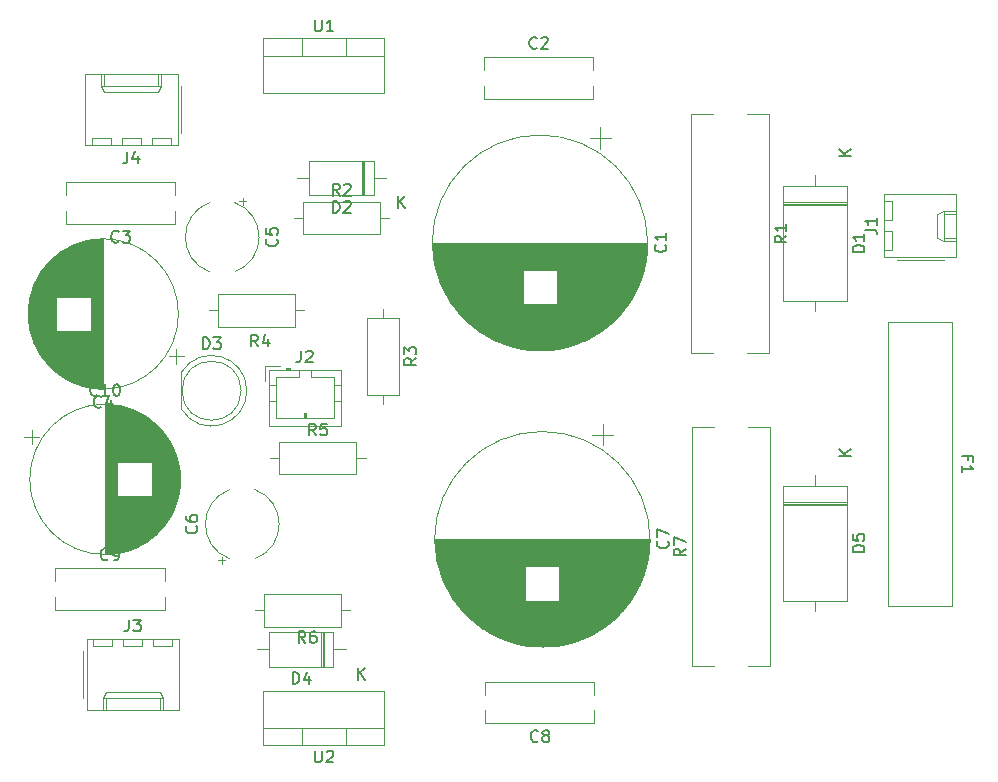
<source format=gbr>
G04 #@! TF.GenerationSoftware,KiCad,Pcbnew,(6.0.4)*
G04 #@! TF.CreationDate,2022-05-03T12:05:26+02:00*
G04 #@! TF.ProjectId,Zasilacz_wzm_sluchawkowy_2x12v,5a617369-6c61-4637-9a5f-777a6d5f736c,rev?*
G04 #@! TF.SameCoordinates,Original*
G04 #@! TF.FileFunction,Legend,Top*
G04 #@! TF.FilePolarity,Positive*
%FSLAX46Y46*%
G04 Gerber Fmt 4.6, Leading zero omitted, Abs format (unit mm)*
G04 Created by KiCad (PCBNEW (6.0.4)) date 2022-05-03 12:05:26*
%MOMM*%
%LPD*%
G01*
G04 APERTURE LIST*
%ADD10C,0.150000*%
%ADD11C,0.120000*%
G04 APERTURE END LIST*
D10*
G04 #@! TO.C,C7*
X138607142Y-102638886D02*
X138654761Y-102686505D01*
X138702380Y-102829362D01*
X138702380Y-102924600D01*
X138654761Y-103067458D01*
X138559523Y-103162696D01*
X138464285Y-103210315D01*
X138273809Y-103257934D01*
X138130952Y-103257934D01*
X137940476Y-103210315D01*
X137845238Y-103162696D01*
X137750000Y-103067458D01*
X137702380Y-102924600D01*
X137702380Y-102829362D01*
X137750000Y-102686505D01*
X137797619Y-102638886D01*
X137702380Y-102305553D02*
X137702380Y-101638886D01*
X138702380Y-102067458D01*
G04 #@! TO.C,R4*
X103933333Y-86152380D02*
X103600000Y-85676190D01*
X103361904Y-86152380D02*
X103361904Y-85152380D01*
X103742857Y-85152380D01*
X103838095Y-85200000D01*
X103885714Y-85247619D01*
X103933333Y-85342857D01*
X103933333Y-85485714D01*
X103885714Y-85580952D01*
X103838095Y-85628571D01*
X103742857Y-85676190D01*
X103361904Y-85676190D01*
X104790476Y-85485714D02*
X104790476Y-86152380D01*
X104552380Y-85104761D02*
X104314285Y-85819047D01*
X104933333Y-85819047D01*
G04 #@! TO.C,C3*
X92133333Y-77257142D02*
X92085714Y-77304761D01*
X91942857Y-77352380D01*
X91847619Y-77352380D01*
X91704761Y-77304761D01*
X91609523Y-77209523D01*
X91561904Y-77114285D01*
X91514285Y-76923809D01*
X91514285Y-76780952D01*
X91561904Y-76590476D01*
X91609523Y-76495238D01*
X91704761Y-76400000D01*
X91847619Y-76352380D01*
X91942857Y-76352380D01*
X92085714Y-76400000D01*
X92133333Y-76447619D01*
X92466666Y-76352380D02*
X93085714Y-76352380D01*
X92752380Y-76733333D01*
X92895238Y-76733333D01*
X92990476Y-76780952D01*
X93038095Y-76828571D01*
X93085714Y-76923809D01*
X93085714Y-77161904D01*
X93038095Y-77257142D01*
X92990476Y-77304761D01*
X92895238Y-77352380D01*
X92609523Y-77352380D01*
X92514285Y-77304761D01*
X92466666Y-77257142D01*
G04 #@! TO.C,F1*
X164021428Y-95766666D02*
X164021428Y-95433333D01*
X163497619Y-95433333D02*
X164497619Y-95433333D01*
X164497619Y-95909523D01*
X163497619Y-96814285D02*
X163497619Y-96242857D01*
X163497619Y-96528571D02*
X164497619Y-96528571D01*
X164354761Y-96433333D01*
X164259523Y-96338095D01*
X164211904Y-96242857D01*
G04 #@! TO.C,C5*
X105507142Y-77066666D02*
X105554761Y-77114285D01*
X105602380Y-77257142D01*
X105602380Y-77352380D01*
X105554761Y-77495238D01*
X105459523Y-77590476D01*
X105364285Y-77638095D01*
X105173809Y-77685714D01*
X105030952Y-77685714D01*
X104840476Y-77638095D01*
X104745238Y-77590476D01*
X104650000Y-77495238D01*
X104602380Y-77352380D01*
X104602380Y-77257142D01*
X104650000Y-77114285D01*
X104697619Y-77066666D01*
X104602380Y-76161904D02*
X104602380Y-76638095D01*
X105078571Y-76685714D01*
X105030952Y-76638095D01*
X104983333Y-76542857D01*
X104983333Y-76304761D01*
X105030952Y-76209523D01*
X105078571Y-76161904D01*
X105173809Y-76114285D01*
X105411904Y-76114285D01*
X105507142Y-76161904D01*
X105554761Y-76209523D01*
X105602380Y-76304761D01*
X105602380Y-76542857D01*
X105554761Y-76638095D01*
X105507142Y-76685714D01*
G04 #@! TO.C,R6*
X107933333Y-111252380D02*
X107600000Y-110776190D01*
X107361904Y-111252380D02*
X107361904Y-110252380D01*
X107742857Y-110252380D01*
X107838095Y-110300000D01*
X107885714Y-110347619D01*
X107933333Y-110442857D01*
X107933333Y-110585714D01*
X107885714Y-110680952D01*
X107838095Y-110728571D01*
X107742857Y-110776190D01*
X107361904Y-110776190D01*
X108790476Y-110252380D02*
X108600000Y-110252380D01*
X108504761Y-110300000D01*
X108457142Y-110347619D01*
X108361904Y-110490476D01*
X108314285Y-110680952D01*
X108314285Y-111061904D01*
X108361904Y-111157142D01*
X108409523Y-111204761D01*
X108504761Y-111252380D01*
X108695238Y-111252380D01*
X108790476Y-111204761D01*
X108838095Y-111157142D01*
X108885714Y-111061904D01*
X108885714Y-110823809D01*
X108838095Y-110728571D01*
X108790476Y-110680952D01*
X108695238Y-110633333D01*
X108504761Y-110633333D01*
X108409523Y-110680952D01*
X108361904Y-110728571D01*
X108314285Y-110823809D01*
G04 #@! TO.C,R2*
X110833333Y-73382380D02*
X110500000Y-72906190D01*
X110261904Y-73382380D02*
X110261904Y-72382380D01*
X110642857Y-72382380D01*
X110738095Y-72430000D01*
X110785714Y-72477619D01*
X110833333Y-72572857D01*
X110833333Y-72715714D01*
X110785714Y-72810952D01*
X110738095Y-72858571D01*
X110642857Y-72906190D01*
X110261904Y-72906190D01*
X111214285Y-72477619D02*
X111261904Y-72430000D01*
X111357142Y-72382380D01*
X111595238Y-72382380D01*
X111690476Y-72430000D01*
X111738095Y-72477619D01*
X111785714Y-72572857D01*
X111785714Y-72668095D01*
X111738095Y-72810952D01*
X111166666Y-73382380D01*
X111785714Y-73382380D01*
G04 #@! TO.C,C4*
X90657292Y-91257142D02*
X90609673Y-91304761D01*
X90466816Y-91352380D01*
X90371578Y-91352380D01*
X90228720Y-91304761D01*
X90133482Y-91209523D01*
X90085863Y-91114285D01*
X90038244Y-90923809D01*
X90038244Y-90780952D01*
X90085863Y-90590476D01*
X90133482Y-90495238D01*
X90228720Y-90400000D01*
X90371578Y-90352380D01*
X90466816Y-90352380D01*
X90609673Y-90400000D01*
X90657292Y-90447619D01*
X91514435Y-90685714D02*
X91514435Y-91352380D01*
X91276339Y-90304761D02*
X91038244Y-91019047D01*
X91657292Y-91019047D01*
G04 #@! TO.C,R7*
X140132380Y-103266666D02*
X139656190Y-103600000D01*
X140132380Y-103838095D02*
X139132380Y-103838095D01*
X139132380Y-103457142D01*
X139180000Y-103361904D01*
X139227619Y-103314285D01*
X139322857Y-103266666D01*
X139465714Y-103266666D01*
X139560952Y-103314285D01*
X139608571Y-103361904D01*
X139656190Y-103457142D01*
X139656190Y-103838095D01*
X139132380Y-102933333D02*
X139132380Y-102266666D01*
X140132380Y-102695238D01*
G04 #@! TO.C,C8*
X127633333Y-119557142D02*
X127585714Y-119604761D01*
X127442857Y-119652380D01*
X127347619Y-119652380D01*
X127204761Y-119604761D01*
X127109523Y-119509523D01*
X127061904Y-119414285D01*
X127014285Y-119223809D01*
X127014285Y-119080952D01*
X127061904Y-118890476D01*
X127109523Y-118795238D01*
X127204761Y-118700000D01*
X127347619Y-118652380D01*
X127442857Y-118652380D01*
X127585714Y-118700000D01*
X127633333Y-118747619D01*
X128204761Y-119080952D02*
X128109523Y-119033333D01*
X128061904Y-118985714D01*
X128014285Y-118890476D01*
X128014285Y-118842857D01*
X128061904Y-118747619D01*
X128109523Y-118700000D01*
X128204761Y-118652380D01*
X128395238Y-118652380D01*
X128490476Y-118700000D01*
X128538095Y-118747619D01*
X128585714Y-118842857D01*
X128585714Y-118890476D01*
X128538095Y-118985714D01*
X128490476Y-119033333D01*
X128395238Y-119080952D01*
X128204761Y-119080952D01*
X128109523Y-119128571D01*
X128061904Y-119176190D01*
X128014285Y-119271428D01*
X128014285Y-119461904D01*
X128061904Y-119557142D01*
X128109523Y-119604761D01*
X128204761Y-119652380D01*
X128395238Y-119652380D01*
X128490476Y-119604761D01*
X128538095Y-119557142D01*
X128585714Y-119461904D01*
X128585714Y-119271428D01*
X128538095Y-119176190D01*
X128490476Y-119128571D01*
X128395238Y-119080952D01*
G04 #@! TO.C,C6*
X98707142Y-101366666D02*
X98754761Y-101414285D01*
X98802380Y-101557142D01*
X98802380Y-101652380D01*
X98754761Y-101795238D01*
X98659523Y-101890476D01*
X98564285Y-101938095D01*
X98373809Y-101985714D01*
X98230952Y-101985714D01*
X98040476Y-101938095D01*
X97945238Y-101890476D01*
X97850000Y-101795238D01*
X97802380Y-101652380D01*
X97802380Y-101557142D01*
X97850000Y-101414285D01*
X97897619Y-101366666D01*
X97802380Y-100509523D02*
X97802380Y-100700000D01*
X97850000Y-100795238D01*
X97897619Y-100842857D01*
X98040476Y-100938095D01*
X98230952Y-100985714D01*
X98611904Y-100985714D01*
X98707142Y-100938095D01*
X98754761Y-100890476D01*
X98802380Y-100795238D01*
X98802380Y-100604761D01*
X98754761Y-100509523D01*
X98707142Y-100461904D01*
X98611904Y-100414285D01*
X98373809Y-100414285D01*
X98278571Y-100461904D01*
X98230952Y-100509523D01*
X98183333Y-100604761D01*
X98183333Y-100795238D01*
X98230952Y-100890476D01*
X98278571Y-100938095D01*
X98373809Y-100985714D01*
G04 #@! TO.C,R5*
X108833333Y-93682380D02*
X108500000Y-93206190D01*
X108261904Y-93682380D02*
X108261904Y-92682380D01*
X108642857Y-92682380D01*
X108738095Y-92730000D01*
X108785714Y-92777619D01*
X108833333Y-92872857D01*
X108833333Y-93015714D01*
X108785714Y-93110952D01*
X108738095Y-93158571D01*
X108642857Y-93206190D01*
X108261904Y-93206190D01*
X109738095Y-92682380D02*
X109261904Y-92682380D01*
X109214285Y-93158571D01*
X109261904Y-93110952D01*
X109357142Y-93063333D01*
X109595238Y-93063333D01*
X109690476Y-93110952D01*
X109738095Y-93158571D01*
X109785714Y-93253809D01*
X109785714Y-93491904D01*
X109738095Y-93587142D01*
X109690476Y-93634761D01*
X109595238Y-93682380D01*
X109357142Y-93682380D01*
X109261904Y-93634761D01*
X109214285Y-93587142D01*
G04 #@! TO.C,R3*
X117322380Y-87146666D02*
X116846190Y-87480000D01*
X117322380Y-87718095D02*
X116322380Y-87718095D01*
X116322380Y-87337142D01*
X116370000Y-87241904D01*
X116417619Y-87194285D01*
X116512857Y-87146666D01*
X116655714Y-87146666D01*
X116750952Y-87194285D01*
X116798571Y-87241904D01*
X116846190Y-87337142D01*
X116846190Y-87718095D01*
X116322380Y-86813333D02*
X116322380Y-86194285D01*
X116703333Y-86527619D01*
X116703333Y-86384761D01*
X116750952Y-86289523D01*
X116798571Y-86241904D01*
X116893809Y-86194285D01*
X117131904Y-86194285D01*
X117227142Y-86241904D01*
X117274761Y-86289523D01*
X117322380Y-86384761D01*
X117322380Y-86670476D01*
X117274761Y-86765714D01*
X117227142Y-86813333D01*
G04 #@! TO.C,J1*
X155332380Y-76263333D02*
X156046666Y-76263333D01*
X156189523Y-76310952D01*
X156284761Y-76406190D01*
X156332380Y-76549047D01*
X156332380Y-76644285D01*
X156332380Y-75263333D02*
X156332380Y-75834761D01*
X156332380Y-75549047D02*
X155332380Y-75549047D01*
X155475238Y-75644285D01*
X155570476Y-75739523D01*
X155618095Y-75834761D01*
G04 #@! TO.C,R1*
X148672380Y-76766666D02*
X148196190Y-77100000D01*
X148672380Y-77338095D02*
X147672380Y-77338095D01*
X147672380Y-76957142D01*
X147720000Y-76861904D01*
X147767619Y-76814285D01*
X147862857Y-76766666D01*
X148005714Y-76766666D01*
X148100952Y-76814285D01*
X148148571Y-76861904D01*
X148196190Y-76957142D01*
X148196190Y-77338095D01*
X148672380Y-75814285D02*
X148672380Y-76385714D01*
X148672380Y-76100000D02*
X147672380Y-76100000D01*
X147815238Y-76195238D01*
X147910476Y-76290476D01*
X147958095Y-76385714D01*
G04 #@! TO.C,J3*
X93006666Y-109282380D02*
X93006666Y-109996666D01*
X92959047Y-110139523D01*
X92863809Y-110234761D01*
X92720952Y-110282380D01*
X92625714Y-110282380D01*
X93387619Y-109282380D02*
X94006666Y-109282380D01*
X93673333Y-109663333D01*
X93816190Y-109663333D01*
X93911428Y-109710952D01*
X93959047Y-109758571D01*
X94006666Y-109853809D01*
X94006666Y-110091904D01*
X93959047Y-110187142D01*
X93911428Y-110234761D01*
X93816190Y-110282380D01*
X93530476Y-110282380D01*
X93435238Y-110234761D01*
X93387619Y-110187142D01*
G04 #@! TO.C,D4*
X106861904Y-114722380D02*
X106861904Y-113722380D01*
X107100000Y-113722380D01*
X107242857Y-113770000D01*
X107338095Y-113865238D01*
X107385714Y-113960476D01*
X107433333Y-114150952D01*
X107433333Y-114293809D01*
X107385714Y-114484285D01*
X107338095Y-114579523D01*
X107242857Y-114674761D01*
X107100000Y-114722380D01*
X106861904Y-114722380D01*
X108290476Y-114055714D02*
X108290476Y-114722380D01*
X108052380Y-113674761D02*
X107814285Y-114389047D01*
X108433333Y-114389047D01*
X112418095Y-114352380D02*
X112418095Y-113352380D01*
X112989523Y-114352380D02*
X112560952Y-113780952D01*
X112989523Y-113352380D02*
X112418095Y-113923809D01*
G04 #@! TO.C,C1*
X138407142Y-77538886D02*
X138454761Y-77586505D01*
X138502380Y-77729362D01*
X138502380Y-77824600D01*
X138454761Y-77967458D01*
X138359523Y-78062696D01*
X138264285Y-78110315D01*
X138073809Y-78157934D01*
X137930952Y-78157934D01*
X137740476Y-78110315D01*
X137645238Y-78062696D01*
X137550000Y-77967458D01*
X137502380Y-77824600D01*
X137502380Y-77729362D01*
X137550000Y-77586505D01*
X137597619Y-77538886D01*
X138502380Y-76586505D02*
X138502380Y-77157934D01*
X138502380Y-76872220D02*
X137502380Y-76872220D01*
X137645238Y-76967458D01*
X137740476Y-77062696D01*
X137788095Y-77157934D01*
G04 #@! TO.C,D5*
X155272380Y-103538095D02*
X154272380Y-103538095D01*
X154272380Y-103300000D01*
X154320000Y-103157142D01*
X154415238Y-103061904D01*
X154510476Y-103014285D01*
X154700952Y-102966666D01*
X154843809Y-102966666D01*
X155034285Y-103014285D01*
X155129523Y-103061904D01*
X155224761Y-103157142D01*
X155272380Y-103300000D01*
X155272380Y-103538095D01*
X154272380Y-102061904D02*
X154272380Y-102538095D01*
X154748571Y-102585714D01*
X154700952Y-102538095D01*
X154653333Y-102442857D01*
X154653333Y-102204761D01*
X154700952Y-102109523D01*
X154748571Y-102061904D01*
X154843809Y-102014285D01*
X155081904Y-102014285D01*
X155177142Y-102061904D01*
X155224761Y-102109523D01*
X155272380Y-102204761D01*
X155272380Y-102442857D01*
X155224761Y-102538095D01*
X155177142Y-102585714D01*
X154152380Y-95441904D02*
X153152380Y-95441904D01*
X154152380Y-94870476D02*
X153580952Y-95299047D01*
X153152380Y-94870476D02*
X153723809Y-95441904D01*
G04 #@! TO.C,D2*
X110261904Y-74822380D02*
X110261904Y-73822380D01*
X110500000Y-73822380D01*
X110642857Y-73870000D01*
X110738095Y-73965238D01*
X110785714Y-74060476D01*
X110833333Y-74250952D01*
X110833333Y-74393809D01*
X110785714Y-74584285D01*
X110738095Y-74679523D01*
X110642857Y-74774761D01*
X110500000Y-74822380D01*
X110261904Y-74822380D01*
X111214285Y-73917619D02*
X111261904Y-73870000D01*
X111357142Y-73822380D01*
X111595238Y-73822380D01*
X111690476Y-73870000D01*
X111738095Y-73917619D01*
X111785714Y-74012857D01*
X111785714Y-74108095D01*
X111738095Y-74250952D01*
X111166666Y-74822380D01*
X111785714Y-74822380D01*
X115818095Y-74452380D02*
X115818095Y-73452380D01*
X116389523Y-74452380D02*
X115960952Y-73880952D01*
X116389523Y-73452380D02*
X115818095Y-74023809D01*
G04 #@! TO.C,D1*
X155272380Y-78138095D02*
X154272380Y-78138095D01*
X154272380Y-77900000D01*
X154320000Y-77757142D01*
X154415238Y-77661904D01*
X154510476Y-77614285D01*
X154700952Y-77566666D01*
X154843809Y-77566666D01*
X155034285Y-77614285D01*
X155129523Y-77661904D01*
X155224761Y-77757142D01*
X155272380Y-77900000D01*
X155272380Y-78138095D01*
X155272380Y-76614285D02*
X155272380Y-77185714D01*
X155272380Y-76900000D02*
X154272380Y-76900000D01*
X154415238Y-76995238D01*
X154510476Y-77090476D01*
X154558095Y-77185714D01*
X154152380Y-70041904D02*
X153152380Y-70041904D01*
X154152380Y-69470476D02*
X153580952Y-69899047D01*
X153152380Y-69470476D02*
X153723809Y-70041904D01*
G04 #@! TO.C,D3*
X99256904Y-86392380D02*
X99256904Y-85392380D01*
X99495000Y-85392380D01*
X99637857Y-85440000D01*
X99733095Y-85535238D01*
X99780714Y-85630476D01*
X99828333Y-85820952D01*
X99828333Y-85963809D01*
X99780714Y-86154285D01*
X99733095Y-86249523D01*
X99637857Y-86344761D01*
X99495000Y-86392380D01*
X99256904Y-86392380D01*
X100161666Y-85392380D02*
X100780714Y-85392380D01*
X100447380Y-85773333D01*
X100590238Y-85773333D01*
X100685476Y-85820952D01*
X100733095Y-85868571D01*
X100780714Y-85963809D01*
X100780714Y-86201904D01*
X100733095Y-86297142D01*
X100685476Y-86344761D01*
X100590238Y-86392380D01*
X100304523Y-86392380D01*
X100209285Y-86344761D01*
X100161666Y-86297142D01*
G04 #@! TO.C,C10*
X90333183Y-90257142D02*
X90285564Y-90304761D01*
X90142707Y-90352380D01*
X90047469Y-90352380D01*
X89904612Y-90304761D01*
X89809374Y-90209523D01*
X89761755Y-90114285D01*
X89714136Y-89923809D01*
X89714136Y-89780952D01*
X89761755Y-89590476D01*
X89809374Y-89495238D01*
X89904612Y-89400000D01*
X90047469Y-89352380D01*
X90142707Y-89352380D01*
X90285564Y-89400000D01*
X90333183Y-89447619D01*
X91285564Y-90352380D02*
X90714136Y-90352380D01*
X90999850Y-90352380D02*
X90999850Y-89352380D01*
X90904612Y-89495238D01*
X90809374Y-89590476D01*
X90714136Y-89638095D01*
X91904612Y-89352380D02*
X91999850Y-89352380D01*
X92095088Y-89400000D01*
X92142707Y-89447619D01*
X92190326Y-89542857D01*
X92237945Y-89733333D01*
X92237945Y-89971428D01*
X92190326Y-90161904D01*
X92142707Y-90257142D01*
X92095088Y-90304761D01*
X91999850Y-90352380D01*
X91904612Y-90352380D01*
X91809374Y-90304761D01*
X91761755Y-90257142D01*
X91714136Y-90161904D01*
X91666517Y-89971428D01*
X91666517Y-89733333D01*
X91714136Y-89542857D01*
X91761755Y-89447619D01*
X91809374Y-89400000D01*
X91904612Y-89352380D01*
G04 #@! TO.C,C9*
X91233333Y-104157142D02*
X91185714Y-104204761D01*
X91042857Y-104252380D01*
X90947619Y-104252380D01*
X90804761Y-104204761D01*
X90709523Y-104109523D01*
X90661904Y-104014285D01*
X90614285Y-103823809D01*
X90614285Y-103680952D01*
X90661904Y-103490476D01*
X90709523Y-103395238D01*
X90804761Y-103300000D01*
X90947619Y-103252380D01*
X91042857Y-103252380D01*
X91185714Y-103300000D01*
X91233333Y-103347619D01*
X91709523Y-104252380D02*
X91900000Y-104252380D01*
X91995238Y-104204761D01*
X92042857Y-104157142D01*
X92138095Y-104014285D01*
X92185714Y-103823809D01*
X92185714Y-103442857D01*
X92138095Y-103347619D01*
X92090476Y-103300000D01*
X91995238Y-103252380D01*
X91804761Y-103252380D01*
X91709523Y-103300000D01*
X91661904Y-103347619D01*
X91614285Y-103442857D01*
X91614285Y-103680952D01*
X91661904Y-103776190D01*
X91709523Y-103823809D01*
X91804761Y-103871428D01*
X91995238Y-103871428D01*
X92090476Y-103823809D01*
X92138095Y-103776190D01*
X92185714Y-103680952D01*
G04 #@! TO.C,C2*
X127533333Y-60857142D02*
X127485714Y-60904761D01*
X127342857Y-60952380D01*
X127247619Y-60952380D01*
X127104761Y-60904761D01*
X127009523Y-60809523D01*
X126961904Y-60714285D01*
X126914285Y-60523809D01*
X126914285Y-60380952D01*
X126961904Y-60190476D01*
X127009523Y-60095238D01*
X127104761Y-60000000D01*
X127247619Y-59952380D01*
X127342857Y-59952380D01*
X127485714Y-60000000D01*
X127533333Y-60047619D01*
X127914285Y-60047619D02*
X127961904Y-60000000D01*
X128057142Y-59952380D01*
X128295238Y-59952380D01*
X128390476Y-60000000D01*
X128438095Y-60047619D01*
X128485714Y-60142857D01*
X128485714Y-60238095D01*
X128438095Y-60380952D01*
X127866666Y-60952380D01*
X128485714Y-60952380D01*
G04 #@! TO.C,J2*
X107566666Y-86502380D02*
X107566666Y-87216666D01*
X107519047Y-87359523D01*
X107423809Y-87454761D01*
X107280952Y-87502380D01*
X107185714Y-87502380D01*
X107995238Y-86597619D02*
X108042857Y-86550000D01*
X108138095Y-86502380D01*
X108376190Y-86502380D01*
X108471428Y-86550000D01*
X108519047Y-86597619D01*
X108566666Y-86692857D01*
X108566666Y-86788095D01*
X108519047Y-86930952D01*
X107947619Y-87502380D01*
X108566666Y-87502380D01*
G04 #@! TO.C,U1*
X108738095Y-58482380D02*
X108738095Y-59291904D01*
X108785714Y-59387142D01*
X108833333Y-59434761D01*
X108928571Y-59482380D01*
X109119047Y-59482380D01*
X109214285Y-59434761D01*
X109261904Y-59387142D01*
X109309523Y-59291904D01*
X109309523Y-58482380D01*
X110309523Y-59482380D02*
X109738095Y-59482380D01*
X110023809Y-59482380D02*
X110023809Y-58482380D01*
X109928571Y-58625238D01*
X109833333Y-58720476D01*
X109738095Y-58768095D01*
G04 #@! TO.C,J4*
X92866666Y-69652380D02*
X92866666Y-70366666D01*
X92819047Y-70509523D01*
X92723809Y-70604761D01*
X92580952Y-70652380D01*
X92485714Y-70652380D01*
X93771428Y-69985714D02*
X93771428Y-70652380D01*
X93533333Y-69604761D02*
X93295238Y-70319047D01*
X93914285Y-70319047D01*
G04 #@! TO.C,U2*
X108738095Y-120377380D02*
X108738095Y-121186904D01*
X108785714Y-121282142D01*
X108833333Y-121329761D01*
X108928571Y-121377380D01*
X109119047Y-121377380D01*
X109214285Y-121329761D01*
X109261904Y-121282142D01*
X109309523Y-121186904D01*
X109309523Y-120377380D01*
X109738095Y-120472619D02*
X109785714Y-120425000D01*
X109880952Y-120377380D01*
X110119047Y-120377380D01*
X110214285Y-120425000D01*
X110261904Y-120472619D01*
X110309523Y-120567857D01*
X110309523Y-120663095D01*
X110261904Y-120805952D01*
X109690476Y-121377380D01*
X110309523Y-121377380D01*
D11*
G04 #@! TO.C,C7*
X136714000Y-105033220D02*
X129440000Y-105033220D01*
X135250000Y-107953220D02*
X120750000Y-107953220D01*
X131214000Y-110992220D02*
X124786000Y-110992220D01*
X136516000Y-105633220D02*
X129440000Y-105633220D01*
X134794000Y-108513220D02*
X121206000Y-108513220D01*
X132686000Y-110273220D02*
X123314000Y-110273220D01*
X136156000Y-106473220D02*
X129440000Y-106473220D01*
X136214000Y-106353220D02*
X129440000Y-106353220D01*
X136801000Y-104713220D02*
X119199000Y-104713220D01*
X136770000Y-104833220D02*
X129440000Y-104833220D01*
X137072000Y-102872220D02*
X118928000Y-102872220D01*
X126560000Y-106153220D02*
X119695000Y-106153220D01*
X134015000Y-93612780D02*
X132215000Y-93612780D01*
X134932000Y-108353220D02*
X121068000Y-108353220D01*
X136600000Y-105393220D02*
X129440000Y-105393220D01*
X136614000Y-105353220D02*
X129440000Y-105353220D01*
X132190000Y-110553220D02*
X123810000Y-110553220D01*
X133993000Y-109313220D02*
X122007000Y-109313220D01*
X126560000Y-107393220D02*
X120360000Y-107393220D01*
X137052000Y-103193220D02*
X118948000Y-103193220D01*
X134296000Y-109033220D02*
X121704000Y-109033220D01*
X126560000Y-107433220D02*
X120386000Y-107433220D01*
X126560000Y-106353220D02*
X119786000Y-106353220D01*
X130203000Y-111312220D02*
X125797000Y-111312220D01*
X126560000Y-105953220D02*
X119610000Y-105953220D01*
X126560000Y-106033220D02*
X119643000Y-106033220D01*
X126560000Y-104913220D02*
X119252000Y-104913220D01*
X133291000Y-109873220D02*
X122709000Y-109873220D01*
X135715000Y-107273220D02*
X129440000Y-107273220D01*
X126560000Y-105833220D02*
X119561000Y-105833220D01*
X136737000Y-104953220D02*
X129440000Y-104953220D01*
X136407000Y-105913220D02*
X129440000Y-105913220D01*
X126560000Y-104833220D02*
X119230000Y-104833220D01*
X126560000Y-105073220D02*
X119298000Y-105073220D01*
X126560000Y-105193220D02*
X119335000Y-105193220D01*
X136858000Y-104473220D02*
X119142000Y-104473220D01*
X132033000Y-110633220D02*
X123967000Y-110633220D01*
X131317000Y-110952220D02*
X124683000Y-110952220D01*
X136117000Y-106553220D02*
X129440000Y-106553220D01*
X134254000Y-109073220D02*
X121746000Y-109073220D01*
X136791000Y-104753220D02*
X119209000Y-104753220D01*
X136305000Y-106153220D02*
X129440000Y-106153220D01*
X136587000Y-105433220D02*
X129440000Y-105433220D01*
X135096000Y-108153220D02*
X120904000Y-108153220D01*
X137073000Y-102832220D02*
X118927000Y-102832220D01*
X126560000Y-107353220D02*
X120335000Y-107353220D01*
X137076000Y-102752220D02*
X118924000Y-102752220D01*
X134378000Y-108953220D02*
X121622000Y-108953220D01*
X133660000Y-109593220D02*
X122340000Y-109593220D01*
X137081000Y-102472220D02*
X118919000Y-102472220D01*
X136455000Y-105793220D02*
X129440000Y-105793220D01*
X126560000Y-107113220D02*
X120188000Y-107113220D01*
X137080000Y-102592220D02*
X118920000Y-102592220D01*
X136702000Y-105073220D02*
X129440000Y-105073220D01*
X126560000Y-106313220D02*
X119767000Y-106313220D01*
X136946000Y-104033220D02*
X119054000Y-104033220D01*
X126560000Y-107073220D02*
X120165000Y-107073220D01*
X126560000Y-107313220D02*
X120310000Y-107313220D01*
X134458000Y-108873220D02*
X121542000Y-108873220D01*
X134999000Y-108273220D02*
X121001000Y-108273220D01*
X134170000Y-109153220D02*
X121830000Y-109153220D01*
X126560000Y-105033220D02*
X119286000Y-105033220D01*
X135480000Y-107633220D02*
X129440000Y-107633220D01*
X132620000Y-110313220D02*
X123380000Y-110313220D01*
X136932000Y-104113220D02*
X119068000Y-104113220D01*
X136340000Y-106073220D02*
X129440000Y-106073220D01*
X136867000Y-104433220D02*
X119133000Y-104433220D01*
X135665000Y-107353220D02*
X129440000Y-107353220D01*
X133947000Y-109353220D02*
X122053000Y-109353220D01*
X136423000Y-105873220D02*
X129440000Y-105873220D01*
X133120000Y-109993220D02*
X122880000Y-109993220D01*
X136939000Y-104073220D02*
X119061000Y-104073220D01*
X136653000Y-105233220D02*
X129440000Y-105233220D01*
X130039000Y-111352220D02*
X125961000Y-111352220D01*
X135339000Y-107833220D02*
X120661000Y-107833220D01*
X137080000Y-102552220D02*
X118920000Y-102552220D01*
X137001000Y-103673220D02*
X118999000Y-103673220D01*
X136530000Y-105593220D02*
X129440000Y-105593220D01*
X132339000Y-110473220D02*
X123661000Y-110473220D01*
X126560000Y-106993220D02*
X120118000Y-106993220D01*
X135971000Y-106833220D02*
X129440000Y-106833220D01*
X131512000Y-110872220D02*
X124488000Y-110872220D01*
X135992000Y-106793220D02*
X129440000Y-106793220D01*
X136966000Y-103913220D02*
X119034000Y-103913220D01*
X135882000Y-106993220D02*
X129440000Y-106993220D01*
X134829000Y-108473220D02*
X121171000Y-108473220D01*
X133901000Y-109393220D02*
X122099000Y-109393220D01*
X134212000Y-109113220D02*
X121788000Y-109113220D01*
X136287000Y-106193220D02*
X129440000Y-106193220D01*
X136076000Y-106633220D02*
X129440000Y-106633220D01*
X137016000Y-103553220D02*
X118984000Y-103553220D01*
X126560000Y-106593220D02*
X119903000Y-106593220D01*
X136323000Y-106113220D02*
X129440000Y-106113220D01*
X133115000Y-92712780D02*
X133115000Y-94512780D01*
X136885000Y-104353220D02*
X119115000Y-104353220D01*
X136573000Y-105473220D02*
X129440000Y-105473220D01*
X126560000Y-106393220D02*
X119805000Y-106393220D01*
X134965000Y-108313220D02*
X121035000Y-108313220D01*
X135740000Y-107233220D02*
X129440000Y-107233220D01*
X135859000Y-107033220D02*
X129440000Y-107033220D01*
X133346000Y-109833220D02*
X122654000Y-109833220D01*
X137049000Y-103233220D02*
X118951000Y-103233220D01*
X137021000Y-103513220D02*
X118979000Y-103513220D01*
X137058000Y-103112220D02*
X118942000Y-103112220D01*
X126560000Y-105313220D02*
X119373000Y-105313220D01*
X126560000Y-105433220D02*
X119413000Y-105433220D01*
X126560000Y-106433220D02*
X119824000Y-106433220D01*
X126560000Y-107633220D02*
X120520000Y-107633220D01*
X135764000Y-107193220D02*
X129440000Y-107193220D01*
X137080000Y-102512220D02*
X118920000Y-102512220D01*
X135904000Y-106953220D02*
X129440000Y-106953220D01*
X126560000Y-107273220D02*
X120285000Y-107273220D01*
X136357000Y-106033220D02*
X129440000Y-106033220D01*
X136690000Y-105113220D02*
X129440000Y-105113220D01*
X132552000Y-110353220D02*
X123448000Y-110353220D01*
X135453000Y-107673220D02*
X120547000Y-107673220D01*
X134864000Y-108433220D02*
X121136000Y-108433220D01*
X136439000Y-105833220D02*
X129440000Y-105833220D01*
X135508000Y-107593220D02*
X129440000Y-107593220D01*
X134337000Y-108993220D02*
X121663000Y-108993220D01*
X136953000Y-103993220D02*
X119047000Y-103993220D01*
X135927000Y-106913220D02*
X129440000Y-106913220D01*
X126560000Y-104793220D02*
X119220000Y-104793220D01*
X131784000Y-110752220D02*
X124216000Y-110752220D01*
X135159000Y-108073220D02*
X120841000Y-108073220D01*
X126560000Y-105513220D02*
X119441000Y-105513220D01*
X126560000Y-107513220D02*
X120439000Y-107513220D01*
X135397000Y-107753220D02*
X120603000Y-107753220D01*
X126560000Y-106513220D02*
X119863000Y-106513220D01*
X136917000Y-104193220D02*
X119083000Y-104193220D01*
X137030000Y-103433220D02*
X118970000Y-103433220D01*
X135310000Y-107873220D02*
X120690000Y-107873220D01*
X133454000Y-109753220D02*
X122546000Y-109753220D01*
X126560000Y-106193220D02*
X119713000Y-106193220D01*
X137077000Y-102712220D02*
X118923000Y-102712220D01*
X134126000Y-109193220D02*
X121874000Y-109193220D01*
X131416000Y-110912220D02*
X124584000Y-110912220D01*
X134612000Y-108713220D02*
X121388000Y-108713220D01*
X136996000Y-103713220D02*
X119004000Y-103713220D01*
X126560000Y-106633220D02*
X119924000Y-106633220D01*
X126560000Y-107153220D02*
X120212000Y-107153220D01*
X136056000Y-106673220D02*
X129440000Y-106673220D01*
X126560000Y-105473220D02*
X119427000Y-105473220D01*
X135031000Y-108233220D02*
X120969000Y-108233220D01*
X133062000Y-110033220D02*
X122938000Y-110033220D01*
X126560000Y-106073220D02*
X119660000Y-106073220D01*
X135425000Y-107713220D02*
X120575000Y-107713220D01*
X126560000Y-105113220D02*
X119310000Y-105113220D01*
X126560000Y-104873220D02*
X119241000Y-104873220D01*
X126560000Y-105353220D02*
X119386000Y-105353220D01*
X137078000Y-102672220D02*
X118922000Y-102672220D01*
X130355000Y-111272220D02*
X125645000Y-111272220D01*
X137066000Y-102992220D02*
X118934000Y-102992220D01*
X126560000Y-106553220D02*
X119883000Y-106553220D01*
X136780000Y-104793220D02*
X129440000Y-104793220D01*
X126560000Y-105633220D02*
X119484000Y-105633220D01*
X137079000Y-102632220D02*
X118921000Y-102632220D01*
X135588000Y-107473220D02*
X129440000Y-107473220D01*
X136678000Y-105153220D02*
X129440000Y-105153220D01*
X136097000Y-106593220D02*
X129440000Y-106593220D01*
X133235000Y-109913220D02*
X122765000Y-109913220D01*
X129661000Y-111432220D02*
X126339000Y-111432220D01*
X136990000Y-103753220D02*
X119010000Y-103753220D01*
X134497000Y-108833220D02*
X121503000Y-108833220D01*
X130759000Y-111152220D02*
X125241000Y-111152220D01*
X136176000Y-106433220D02*
X129440000Y-106433220D01*
X130632000Y-111192220D02*
X125368000Y-111192220D01*
X126560000Y-106873220D02*
X120051000Y-106873220D01*
X126560000Y-106673220D02*
X119944000Y-106673220D01*
X136901000Y-104273220D02*
X119099000Y-104273220D01*
X126560000Y-107553220D02*
X120465000Y-107553220D01*
X135640000Y-107393220D02*
X129440000Y-107393220D01*
X132816000Y-110193220D02*
X123184000Y-110193220D01*
X131605000Y-110832220D02*
X124395000Y-110832220D01*
X135368000Y-107793220D02*
X120632000Y-107793220D01*
X137068000Y-102952220D02*
X118932000Y-102952220D01*
X126560000Y-106113220D02*
X119677000Y-106113220D01*
X135835000Y-107073220D02*
X129440000Y-107073220D01*
X126560000Y-107473220D02*
X120412000Y-107473220D01*
X136627000Y-105313220D02*
X129440000Y-105313220D01*
X133178000Y-109953220D02*
X122822000Y-109953220D01*
X132265000Y-110513220D02*
X123735000Y-110513220D01*
X137026000Y-103473220D02*
X118974000Y-103473220D01*
X126560000Y-105593220D02*
X119470000Y-105593220D01*
X135220000Y-107993220D02*
X120780000Y-107993220D01*
X131107000Y-111032220D02*
X124893000Y-111032220D01*
X136251000Y-106273220D02*
X129440000Y-106273220D01*
X136470000Y-105753220D02*
X129440000Y-105753220D01*
X129166000Y-111512220D02*
X126834000Y-111512220D01*
X134082000Y-109233220D02*
X121918000Y-109233220D01*
X129860000Y-111392220D02*
X126140000Y-111392220D01*
X137038000Y-103353220D02*
X118962000Y-103353220D01*
X137034000Y-103393220D02*
X118966000Y-103393220D01*
X137063000Y-103032220D02*
X118937000Y-103032220D01*
X136137000Y-106513220D02*
X129440000Y-106513220D01*
X133806000Y-109473220D02*
X122194000Y-109473220D01*
X126560000Y-106913220D02*
X120073000Y-106913220D01*
X133854000Y-109433220D02*
X122146000Y-109433220D01*
X136979000Y-103833220D02*
X119021000Y-103833220D01*
X137042000Y-103313220D02*
X118958000Y-103313220D01*
X136876000Y-104393220D02*
X119124000Y-104393220D01*
X133758000Y-109513220D02*
X122242000Y-109513220D01*
X126560000Y-104953220D02*
X119263000Y-104953220D01*
X126560000Y-106273220D02*
X119749000Y-106273220D01*
X136725000Y-104993220D02*
X129440000Y-104993220D01*
X135127000Y-108113220D02*
X120873000Y-108113220D01*
X130996000Y-111072220D02*
X125004000Y-111072220D01*
X136984000Y-103793220D02*
X119016000Y-103793220D01*
X134536000Y-108793220D02*
X121464000Y-108793220D01*
X137011000Y-103593220D02*
X118989000Y-103593220D01*
X135614000Y-107433220D02*
X129440000Y-107433220D01*
X133506000Y-109713220D02*
X122494000Y-109713220D01*
X137075000Y-102792220D02*
X118925000Y-102792220D01*
X135064000Y-108193220D02*
X120936000Y-108193220D01*
X126560000Y-105393220D02*
X119400000Y-105393220D01*
X126560000Y-104993220D02*
X119275000Y-104993220D01*
X136849000Y-104513220D02*
X119151000Y-104513220D01*
X128814000Y-111552220D02*
X127186000Y-111552220D01*
X134758000Y-108553220D02*
X121242000Y-108553220D01*
X136501000Y-105673220D02*
X129440000Y-105673220D01*
X134038000Y-109273220D02*
X121962000Y-109273220D01*
X137055000Y-103152220D02*
X118945000Y-103152220D01*
X136924000Y-104153220D02*
X119076000Y-104153220D01*
X135561000Y-107513220D02*
X129440000Y-107513220D01*
X134574000Y-108753220D02*
X121426000Y-108753220D01*
X136233000Y-106313220D02*
X129440000Y-106313220D01*
X130880000Y-111112220D02*
X125120000Y-111112220D01*
X126560000Y-105673220D02*
X119499000Y-105673220D01*
X134418000Y-108913220D02*
X121582000Y-108913220D01*
X126560000Y-105153220D02*
X119322000Y-105153220D01*
X135190000Y-108033220D02*
X120810000Y-108033220D01*
X126560000Y-105873220D02*
X119577000Y-105873220D01*
X134649000Y-108673220D02*
X121351000Y-108673220D01*
X128040000Y-111592220D02*
X127960000Y-111592220D01*
X135812000Y-107113220D02*
X129440000Y-107113220D01*
X126560000Y-106953220D02*
X120096000Y-106953220D01*
X132941000Y-110113220D02*
X123059000Y-110113220D01*
X134686000Y-108633220D02*
X121314000Y-108633220D01*
X136893000Y-104313220D02*
X119107000Y-104313220D01*
X136486000Y-105713220D02*
X129440000Y-105713220D01*
X133609000Y-109633220D02*
X122391000Y-109633220D01*
X133400000Y-109793220D02*
X122600000Y-109793220D01*
X136545000Y-105553220D02*
X129440000Y-105553220D01*
X135690000Y-107313220D02*
X129440000Y-107313220D01*
X126560000Y-105793220D02*
X119545000Y-105793220D01*
X137061000Y-103072220D02*
X118939000Y-103072220D01*
X126560000Y-105273220D02*
X119360000Y-105273220D01*
X131952000Y-110672220D02*
X124048000Y-110672220D01*
X136840000Y-104553220D02*
X119160000Y-104553220D01*
X136831000Y-104593220D02*
X119169000Y-104593220D01*
X126560000Y-105553220D02*
X119455000Y-105553220D01*
X136014000Y-106753220D02*
X129440000Y-106753220D01*
X126560000Y-107193220D02*
X120236000Y-107193220D01*
X126560000Y-105993220D02*
X119626000Y-105993220D01*
X126560000Y-105913220D02*
X119593000Y-105913220D01*
X137070000Y-102912220D02*
X118930000Y-102912220D01*
X136640000Y-105273220D02*
X129440000Y-105273220D01*
X136035000Y-106713220D02*
X129440000Y-106713220D01*
X136374000Y-105993220D02*
X129440000Y-105993220D01*
X136748000Y-104913220D02*
X129440000Y-104913220D01*
X137006000Y-103633220D02*
X118994000Y-103633220D01*
X136972000Y-103873220D02*
X119028000Y-103873220D01*
X126560000Y-107233220D02*
X120260000Y-107233220D01*
X135788000Y-107153220D02*
X129440000Y-107153220D01*
X136821000Y-104633220D02*
X119179000Y-104633220D01*
X132752000Y-110233220D02*
X123248000Y-110233220D01*
X136195000Y-106393220D02*
X129440000Y-106393220D01*
X126560000Y-106833220D02*
X120029000Y-106833220D01*
X134722000Y-108593220D02*
X121278000Y-108593220D01*
X126560000Y-106233220D02*
X119731000Y-106233220D01*
X126560000Y-105713220D02*
X119514000Y-105713220D01*
X129435000Y-111472220D02*
X126565000Y-111472220D01*
X137045000Y-103273220D02*
X118955000Y-103273220D01*
X132879000Y-110153220D02*
X123121000Y-110153220D01*
X136559000Y-105513220D02*
X129440000Y-105513220D01*
X136759000Y-104873220D02*
X129440000Y-104873220D01*
X132482000Y-110393220D02*
X123518000Y-110393220D01*
X133709000Y-109553220D02*
X122291000Y-109553220D01*
X136960000Y-103953220D02*
X119040000Y-103953220D01*
X136665000Y-105193220D02*
X129440000Y-105193220D01*
X136269000Y-106233220D02*
X129440000Y-106233220D01*
X131696000Y-110792220D02*
X124304000Y-110792220D01*
X130498000Y-111232220D02*
X125502000Y-111232220D01*
X136390000Y-105953220D02*
X129440000Y-105953220D01*
X134898000Y-108393220D02*
X121102000Y-108393220D01*
X126560000Y-105233220D02*
X119347000Y-105233220D01*
X126560000Y-106753220D02*
X119986000Y-106753220D01*
X136909000Y-104233220D02*
X119091000Y-104233220D01*
X126560000Y-107033220D02*
X120141000Y-107033220D01*
X136811000Y-104673220D02*
X119189000Y-104673220D01*
X132113000Y-110593220D02*
X123887000Y-110593220D01*
X135949000Y-106873220D02*
X129440000Y-106873220D01*
X131869000Y-110712220D02*
X124131000Y-110712220D01*
X126560000Y-105753220D02*
X119530000Y-105753220D01*
X135535000Y-107553220D02*
X129440000Y-107553220D01*
X133002000Y-110073220D02*
X122998000Y-110073220D01*
X126560000Y-106793220D02*
X120008000Y-106793220D01*
X126560000Y-107593220D02*
X120492000Y-107593220D01*
X126560000Y-106713220D02*
X119965000Y-106713220D01*
X135280000Y-107913220D02*
X120720000Y-107913220D01*
X133558000Y-109673220D02*
X122442000Y-109673220D01*
X132412000Y-110433220D02*
X123588000Y-110433220D01*
X126560000Y-106473220D02*
X119844000Y-106473220D01*
X137120000Y-102472220D02*
G75*
G03*
X137120000Y-102472220I-9120000J0D01*
G01*
G04 #@! TO.C,R4*
X107070000Y-81730000D02*
X100530000Y-81730000D01*
X107070000Y-84470000D02*
X107070000Y-81730000D01*
X100530000Y-84470000D02*
X107070000Y-84470000D01*
X99760000Y-83100000D02*
X100530000Y-83100000D01*
X107840000Y-83100000D02*
X107070000Y-83100000D01*
X100530000Y-81730000D02*
X100530000Y-84470000D01*
G04 #@! TO.C,C3*
X96920000Y-75770000D02*
X87680000Y-75770000D01*
X87680000Y-75770000D02*
X87680000Y-74665000D01*
X96920000Y-73335000D02*
X96920000Y-72230000D01*
X96920000Y-72230000D02*
X87680000Y-72230000D01*
X87680000Y-73335000D02*
X87680000Y-72230000D01*
X96920000Y-75770000D02*
X96920000Y-74665000D01*
G04 #@! TO.C,F1*
X157300000Y-84100000D02*
X162700000Y-84100000D01*
X162700000Y-108100000D02*
X157300000Y-108100000D01*
X157300000Y-108100000D02*
X157300000Y-84100000D01*
X162700000Y-84100000D02*
X162700000Y-108100000D01*
G04 #@! TO.C,C5*
X102655000Y-73560251D02*
X102655000Y-74160251D01*
X102955000Y-73860251D02*
X102355000Y-73860251D01*
X99840000Y-73965584D02*
G75*
G03*
X99840000Y-79834416I1059999J-2934416D01*
G01*
X101960000Y-79834416D02*
G75*
G03*
X101960000Y-73965584I-1059999J2934416D01*
G01*
G04 #@! TO.C,R6*
X104430000Y-109870000D02*
X110970000Y-109870000D01*
X110970000Y-107130000D02*
X104430000Y-107130000D01*
X111740000Y-108500000D02*
X110970000Y-108500000D01*
X110970000Y-109870000D02*
X110970000Y-107130000D01*
X104430000Y-107130000D02*
X104430000Y-109870000D01*
X103660000Y-108500000D02*
X104430000Y-108500000D01*
G04 #@! TO.C,R2*
X107730000Y-73930000D02*
X107730000Y-76670000D01*
X107730000Y-76670000D02*
X114270000Y-76670000D01*
X106960000Y-75300000D02*
X107730000Y-75300000D01*
X114270000Y-73930000D02*
X107730000Y-73930000D01*
X114270000Y-76670000D02*
X114270000Y-73930000D01*
X115040000Y-75300000D02*
X114270000Y-75300000D01*
G04 #@! TO.C,C4*
X88582959Y-89324000D02*
X88582959Y-84840000D01*
X87742959Y-88936000D02*
X87742959Y-84840000D01*
X87222959Y-88616000D02*
X87222959Y-84840000D01*
X84822959Y-85500000D02*
X84822959Y-81300000D01*
X90183959Y-89698000D02*
X90183959Y-77102000D01*
X87822959Y-88980000D02*
X87822959Y-84840000D01*
X90623959Y-89727000D02*
X90623959Y-77073000D01*
X84622959Y-84822000D02*
X84622959Y-81978000D01*
X86102959Y-87638000D02*
X86102959Y-79162000D01*
X88822959Y-89408000D02*
X88822959Y-84840000D01*
X89022959Y-81960000D02*
X89022959Y-77329000D01*
X84902959Y-85712000D02*
X84902959Y-81088000D01*
X85102959Y-86164000D02*
X85102959Y-80636000D01*
X87382959Y-81960000D02*
X87382959Y-78078000D01*
X85462959Y-86802000D02*
X85462959Y-79998000D01*
X90223959Y-89702000D02*
X90223959Y-77098000D01*
X89142959Y-81960000D02*
X89142959Y-77295000D01*
X89582959Y-81960000D02*
X89582959Y-77191000D01*
X85542959Y-86924000D02*
X85542959Y-79876000D01*
X84582959Y-84641000D02*
X84582959Y-82159000D01*
X87942959Y-81960000D02*
X87942959Y-77758000D01*
X89742959Y-89638000D02*
X89742959Y-84840000D01*
X87902959Y-89022000D02*
X87902959Y-84840000D01*
X85062959Y-86081000D02*
X85062959Y-80719000D01*
X85502959Y-86864000D02*
X85502959Y-79936000D01*
X88862959Y-89421000D02*
X88862959Y-84840000D01*
X87022959Y-88473000D02*
X87022959Y-84840000D01*
X89582959Y-89609000D02*
X89582959Y-84840000D01*
X88622959Y-89339000D02*
X88622959Y-84840000D01*
X86262959Y-87808000D02*
X86262959Y-78992000D01*
X87502959Y-81960000D02*
X87502959Y-78003000D01*
X85262959Y-86469000D02*
X85262959Y-80331000D01*
X87342959Y-81960000D02*
X87342959Y-78104000D01*
X88262959Y-81960000D02*
X88262959Y-77607000D01*
X84982959Y-85904000D02*
X84982959Y-80896000D01*
X87502959Y-88797000D02*
X87502959Y-84840000D01*
X88182959Y-89158000D02*
X88182959Y-84840000D01*
X87062959Y-81960000D02*
X87062959Y-78298000D01*
X86182959Y-87725000D02*
X86182959Y-79075000D01*
X84742959Y-85261000D02*
X84742959Y-81539000D01*
X85822959Y-87307000D02*
X85822959Y-79493000D01*
X90102959Y-89690000D02*
X90102959Y-77110000D01*
X85862959Y-87357000D02*
X85862959Y-79443000D01*
X89662959Y-81960000D02*
X89662959Y-77176000D01*
X89262959Y-89537000D02*
X89262959Y-84840000D01*
X89382959Y-89566000D02*
X89382959Y-84840000D01*
X87982959Y-81960000D02*
X87982959Y-77738000D01*
X84662959Y-84983000D02*
X84662959Y-81817000D01*
X90663959Y-89728000D02*
X90663959Y-77072000D01*
X88062959Y-89102000D02*
X88062959Y-84840000D01*
X97641041Y-86975000D02*
X96391041Y-86975000D01*
X86902959Y-81960000D02*
X86902959Y-78418000D01*
X88742959Y-89381000D02*
X88742959Y-84840000D01*
X89542959Y-89601000D02*
X89542959Y-84840000D01*
X85182959Y-86321000D02*
X85182959Y-80479000D01*
X86542959Y-88078000D02*
X86542959Y-78722000D01*
X88382959Y-89245000D02*
X88382959Y-84840000D01*
X86462959Y-88005000D02*
X86462959Y-78795000D01*
X97016041Y-87600000D02*
X97016041Y-86350000D01*
X87142959Y-81960000D02*
X87142959Y-78240000D01*
X86622959Y-88150000D02*
X86622959Y-78650000D01*
X89022959Y-89471000D02*
X89022959Y-84840000D01*
X89062959Y-81960000D02*
X89062959Y-77317000D01*
X88102959Y-89121000D02*
X88102959Y-84840000D01*
X86062959Y-87594000D02*
X86062959Y-79206000D01*
X88742959Y-81960000D02*
X88742959Y-77419000D01*
X87142959Y-88560000D02*
X87142959Y-84840000D01*
X87062959Y-88502000D02*
X87062959Y-84840000D01*
X85582959Y-86983000D02*
X85582959Y-79817000D01*
X90343959Y-89712000D02*
X90343959Y-77088000D01*
X86942959Y-88412000D02*
X86942959Y-84840000D01*
X85022959Y-85994000D02*
X85022959Y-80806000D01*
X86902959Y-88382000D02*
X86902959Y-84840000D01*
X87662959Y-81960000D02*
X87662959Y-77909000D01*
X89662959Y-89624000D02*
X89662959Y-84840000D01*
X87022959Y-81960000D02*
X87022959Y-78327000D01*
X87222959Y-81960000D02*
X87222959Y-78184000D01*
X86382959Y-87928000D02*
X86382959Y-78872000D01*
X89782959Y-89645000D02*
X89782959Y-77155000D01*
X87582959Y-88845000D02*
X87582959Y-84840000D01*
X90423959Y-89718000D02*
X90423959Y-77082000D01*
X89942959Y-89669000D02*
X89942959Y-77131000D01*
X88862959Y-81960000D02*
X88862959Y-77379000D01*
X89702959Y-81960000D02*
X89702959Y-77169000D01*
X88982959Y-89459000D02*
X88982959Y-84840000D01*
X87622959Y-88868000D02*
X87622959Y-84840000D01*
X89102959Y-81960000D02*
X89102959Y-77306000D01*
X88382959Y-81960000D02*
X88382959Y-77555000D01*
X85942959Y-87455000D02*
X85942959Y-79345000D01*
X84502959Y-84157000D02*
X84502959Y-82643000D01*
X87462959Y-81960000D02*
X87462959Y-78028000D01*
X88902959Y-81960000D02*
X88902959Y-77366000D01*
X87422959Y-81960000D02*
X87422959Y-78053000D01*
X85742959Y-87204000D02*
X85742959Y-79596000D01*
X89542959Y-81960000D02*
X89542959Y-77199000D01*
X89182959Y-89516000D02*
X89182959Y-84840000D01*
X85782959Y-87256000D02*
X85782959Y-79544000D01*
X88022959Y-81960000D02*
X88022959Y-77718000D01*
X87102959Y-81960000D02*
X87102959Y-78269000D01*
X88982959Y-81960000D02*
X88982959Y-77341000D01*
X90143959Y-89694000D02*
X90143959Y-77106000D01*
X87622959Y-81960000D02*
X87622959Y-77932000D01*
X88662959Y-89353000D02*
X88662959Y-84840000D01*
X87302959Y-81960000D02*
X87302959Y-78130000D01*
X85382959Y-86675000D02*
X85382959Y-80125000D01*
X87422959Y-88747000D02*
X87422959Y-84840000D01*
X89702959Y-89631000D02*
X89702959Y-84840000D01*
X88302959Y-81960000D02*
X88302959Y-77589000D01*
X89742959Y-81960000D02*
X89742959Y-77162000D01*
X86422959Y-87967000D02*
X86422959Y-78833000D01*
X87982959Y-89062000D02*
X87982959Y-84840000D01*
X88342959Y-81960000D02*
X88342959Y-77572000D01*
X86702959Y-88219000D02*
X86702959Y-78581000D01*
X87942959Y-89042000D02*
X87942959Y-84840000D01*
X89062959Y-89483000D02*
X89062959Y-84840000D01*
X89622959Y-81960000D02*
X89622959Y-77184000D01*
X88342959Y-89228000D02*
X88342959Y-84840000D01*
X88782959Y-81960000D02*
X88782959Y-77405000D01*
X89422959Y-81960000D02*
X89422959Y-77225000D01*
X88622959Y-81960000D02*
X88622959Y-77461000D01*
X86222959Y-87767000D02*
X86222959Y-79033000D01*
X84542959Y-84428000D02*
X84542959Y-82372000D01*
X87782959Y-88958000D02*
X87782959Y-84840000D01*
X89142959Y-89505000D02*
X89142959Y-84840000D01*
X84862959Y-85609000D02*
X84862959Y-81191000D01*
X85702959Y-87150000D02*
X85702959Y-79650000D01*
X90503959Y-89722000D02*
X90503959Y-77078000D01*
X90783959Y-89730000D02*
X90783959Y-77070000D01*
X86662959Y-88185000D02*
X86662959Y-78615000D01*
X86342959Y-87889000D02*
X86342959Y-78911000D01*
X89182959Y-81960000D02*
X89182959Y-77284000D01*
X87542959Y-88821000D02*
X87542959Y-84840000D01*
X86782959Y-88285000D02*
X86782959Y-78515000D01*
X90823959Y-89730000D02*
X90823959Y-77070000D01*
X84942959Y-85810000D02*
X84942959Y-80990000D01*
X88702959Y-81960000D02*
X88702959Y-77433000D01*
X88902959Y-89434000D02*
X88902959Y-84840000D01*
X89822959Y-89652000D02*
X89822959Y-77148000D01*
X85422959Y-86739000D02*
X85422959Y-80061000D01*
X90463959Y-89720000D02*
X90463959Y-77080000D01*
X88502959Y-89293000D02*
X88502959Y-84840000D01*
X88662959Y-81960000D02*
X88662959Y-77447000D01*
X85902959Y-87407000D02*
X85902959Y-79393000D01*
X89502959Y-81960000D02*
X89502959Y-77208000D01*
X88422959Y-89261000D02*
X88422959Y-84840000D01*
X88302959Y-89211000D02*
X88302959Y-84840000D01*
X89342959Y-81960000D02*
X89342959Y-77244000D01*
X87182959Y-88588000D02*
X87182959Y-84840000D01*
X89422959Y-89575000D02*
X89422959Y-84840000D01*
X84782959Y-85384000D02*
X84782959Y-81416000D01*
X87262959Y-81960000D02*
X87262959Y-78157000D01*
X89302959Y-81960000D02*
X89302959Y-77254000D01*
X88422959Y-81960000D02*
X88422959Y-77539000D01*
X87822959Y-81960000D02*
X87822959Y-77820000D01*
X89302959Y-89546000D02*
X89302959Y-84840000D01*
X86502959Y-88042000D02*
X86502959Y-78758000D01*
X85662959Y-87096000D02*
X85662959Y-79704000D01*
X90263959Y-89706000D02*
X90263959Y-77094000D01*
X85622959Y-87040000D02*
X85622959Y-79760000D01*
X89622959Y-89616000D02*
X89622959Y-84840000D01*
X89462959Y-89584000D02*
X89462959Y-84840000D01*
X87582959Y-81960000D02*
X87582959Y-77955000D01*
X90703959Y-89729000D02*
X90703959Y-77071000D01*
X88142959Y-89139000D02*
X88142959Y-84840000D01*
X87902959Y-81960000D02*
X87902959Y-77778000D01*
X88462959Y-81960000D02*
X88462959Y-77523000D01*
X89902959Y-89664000D02*
X89902959Y-77136000D01*
X87102959Y-88531000D02*
X87102959Y-84840000D01*
X88582959Y-81960000D02*
X88582959Y-77476000D01*
X86022959Y-87548000D02*
X86022959Y-79252000D01*
X88182959Y-81960000D02*
X88182959Y-77642000D01*
X87862959Y-89001000D02*
X87862959Y-84840000D01*
X88142959Y-81960000D02*
X88142959Y-77661000D01*
X85222959Y-86396000D02*
X85222959Y-80404000D01*
X88782959Y-89395000D02*
X88782959Y-84840000D01*
X87782959Y-81960000D02*
X87782959Y-77842000D01*
X89222959Y-89526000D02*
X89222959Y-84840000D01*
X85142959Y-86244000D02*
X85142959Y-80556000D01*
X86582959Y-88114000D02*
X86582959Y-78686000D01*
X88222959Y-89176000D02*
X88222959Y-84840000D01*
X88262959Y-89193000D02*
X88262959Y-84840000D01*
X87702959Y-88914000D02*
X87702959Y-84840000D01*
X86142959Y-87682000D02*
X86142959Y-79118000D01*
X88462959Y-89277000D02*
X88462959Y-84840000D01*
X88062959Y-81960000D02*
X88062959Y-77698000D01*
X85982959Y-87502000D02*
X85982959Y-79298000D01*
X88702959Y-89367000D02*
X88702959Y-84840000D01*
X86302959Y-87849000D02*
X86302959Y-78951000D01*
X85302959Y-86540000D02*
X85302959Y-80260000D01*
X84702959Y-85128000D02*
X84702959Y-81672000D01*
X87542959Y-81960000D02*
X87542959Y-77979000D01*
X89102959Y-89494000D02*
X89102959Y-84840000D01*
X90303959Y-89709000D02*
X90303959Y-77091000D01*
X86742959Y-88252000D02*
X86742959Y-78548000D01*
X89862959Y-89658000D02*
X89862959Y-77142000D01*
X89982959Y-89675000D02*
X89982959Y-77125000D01*
X89262959Y-81960000D02*
X89262959Y-77263000D01*
X87702959Y-81960000D02*
X87702959Y-77886000D01*
X87462959Y-88772000D02*
X87462959Y-84840000D01*
X88502959Y-81960000D02*
X88502959Y-77507000D01*
X88942959Y-81960000D02*
X88942959Y-77353000D01*
X90383959Y-89715000D02*
X90383959Y-77085000D01*
X89222959Y-81960000D02*
X89222959Y-77274000D01*
X90583959Y-89726000D02*
X90583959Y-77074000D01*
X87862959Y-81960000D02*
X87862959Y-77799000D01*
X84462959Y-83717000D02*
X84462959Y-83083000D01*
X86822959Y-88318000D02*
X86822959Y-78482000D01*
X86942959Y-81960000D02*
X86942959Y-78388000D01*
X87262959Y-88643000D02*
X87262959Y-84840000D01*
X86982959Y-88443000D02*
X86982959Y-84840000D01*
X88542959Y-81960000D02*
X88542959Y-77492000D01*
X87302959Y-88670000D02*
X87302959Y-84840000D01*
X86862959Y-88350000D02*
X86862959Y-78450000D01*
X86982959Y-81960000D02*
X86982959Y-78357000D01*
X88542959Y-89308000D02*
X88542959Y-84840000D01*
X88102959Y-81960000D02*
X88102959Y-77679000D01*
X85342959Y-86608000D02*
X85342959Y-80192000D01*
X88022959Y-89082000D02*
X88022959Y-84840000D01*
X88942959Y-89447000D02*
X88942959Y-84840000D01*
X90022959Y-89680000D02*
X90022959Y-77120000D01*
X88822959Y-81960000D02*
X88822959Y-77392000D01*
X87742959Y-81960000D02*
X87742959Y-77864000D01*
X87182959Y-81960000D02*
X87182959Y-78212000D01*
X88222959Y-81960000D02*
X88222959Y-77624000D01*
X89462959Y-81960000D02*
X89462959Y-77216000D01*
X87342959Y-88696000D02*
X87342959Y-84840000D01*
X89382959Y-81960000D02*
X89382959Y-77234000D01*
X87662959Y-88891000D02*
X87662959Y-84840000D01*
X87382959Y-88722000D02*
X87382959Y-84840000D01*
X90543959Y-89724000D02*
X90543959Y-77076000D01*
X89342959Y-89556000D02*
X89342959Y-84840000D01*
X90062959Y-89685000D02*
X90062959Y-77115000D01*
X90743959Y-89730000D02*
X90743959Y-77070000D01*
X89502959Y-89592000D02*
X89502959Y-84840000D01*
X97193959Y-83400000D02*
G75*
G03*
X97193959Y-83400000I-6370000J0D01*
G01*
G04 #@! TO.C,R7*
X147320000Y-92980000D02*
X145440000Y-92980000D01*
X147320000Y-113220000D02*
X147320000Y-92980000D01*
X140680000Y-113220000D02*
X140680000Y-92980000D01*
X140680000Y-92980000D02*
X142560000Y-92980000D01*
X142560000Y-113220000D02*
X140680000Y-113220000D01*
X145440000Y-113220000D02*
X147320000Y-113220000D01*
G04 #@! TO.C,C8*
X123180000Y-115635000D02*
X123180000Y-114530000D01*
X123180000Y-118070000D02*
X123180000Y-116965000D01*
X132420000Y-115635000D02*
X132420000Y-114530000D01*
X132420000Y-118070000D02*
X132420000Y-116965000D01*
X132420000Y-118070000D02*
X123180000Y-118070000D01*
X132420000Y-114530000D02*
X123180000Y-114530000D01*
G04 #@! TO.C,C6*
X100845000Y-104539749D02*
X100845000Y-103939749D01*
X100545000Y-104239749D02*
X101145000Y-104239749D01*
X103660000Y-104134416D02*
G75*
G03*
X103660000Y-98265584I-1059999J2934416D01*
G01*
X101540000Y-98265584D02*
G75*
G03*
X101540000Y-104134416I1059999J-2934416D01*
G01*
G04 #@! TO.C,R5*
X105730000Y-96970000D02*
X112270000Y-96970000D01*
X112270000Y-96970000D02*
X112270000Y-94230000D01*
X104960000Y-95600000D02*
X105730000Y-95600000D01*
X113040000Y-95600000D02*
X112270000Y-95600000D01*
X112270000Y-94230000D02*
X105730000Y-94230000D01*
X105730000Y-94230000D02*
X105730000Y-96970000D01*
G04 #@! TO.C,R3*
X115870000Y-90250000D02*
X115870000Y-83710000D01*
X113130000Y-90250000D02*
X115870000Y-90250000D01*
X114500000Y-82940000D02*
X114500000Y-83710000D01*
X113130000Y-83710000D02*
X113130000Y-90250000D01*
X115870000Y-83710000D02*
X113130000Y-83710000D01*
X114500000Y-91020000D02*
X114500000Y-90250000D01*
G04 #@! TO.C,J1*
X157570000Y-78000000D02*
X157570000Y-76400000D01*
X162990000Y-78580000D02*
X162990000Y-73280000D01*
X162990000Y-74910000D02*
X161990000Y-74910000D01*
X161990000Y-74660000D02*
X162990000Y-74660000D01*
X161990000Y-77200000D02*
X161990000Y-74660000D01*
X157570000Y-75460000D02*
X157570000Y-73860000D01*
X156970000Y-78580000D02*
X162990000Y-78580000D01*
X156970000Y-75460000D02*
X157570000Y-75460000D01*
X162990000Y-77200000D02*
X161990000Y-77200000D01*
X161460000Y-74910000D02*
X161990000Y-74660000D01*
X162990000Y-76950000D02*
X161990000Y-76950000D01*
X162990000Y-73280000D02*
X156970000Y-73280000D01*
X157570000Y-73860000D02*
X156970000Y-73860000D01*
X158000000Y-78870000D02*
X162000000Y-78870000D01*
X156970000Y-73280000D02*
X156970000Y-78580000D01*
X161460000Y-76950000D02*
X161460000Y-74910000D01*
X157570000Y-76400000D02*
X156970000Y-76400000D01*
X156970000Y-78000000D02*
X157570000Y-78000000D01*
X161990000Y-77200000D02*
X161460000Y-76950000D01*
G04 #@! TO.C,R1*
X140580000Y-86720000D02*
X142460000Y-86720000D01*
X142460000Y-66480000D02*
X140580000Y-66480000D01*
X147220000Y-86720000D02*
X145340000Y-86720000D01*
X145340000Y-66480000D02*
X147220000Y-66480000D01*
X147220000Y-66480000D02*
X147220000Y-86720000D01*
X140580000Y-66480000D02*
X140580000Y-86720000D01*
G04 #@! TO.C,J3*
X90800000Y-115940000D02*
X95880000Y-115940000D01*
X95630000Y-115410000D02*
X95880000Y-115940000D01*
X97260000Y-116940000D02*
X97260000Y-110920000D01*
X92540000Y-111520000D02*
X94140000Y-111520000D01*
X91600000Y-111520000D02*
X91600000Y-110920000D01*
X90000000Y-110920000D02*
X90000000Y-111520000D01*
X97260000Y-110920000D02*
X89420000Y-110920000D01*
X95630000Y-116940000D02*
X95630000Y-115940000D01*
X95880000Y-115940000D02*
X95880000Y-116940000D01*
X89130000Y-111950000D02*
X89130000Y-115950000D01*
X92540000Y-110920000D02*
X92540000Y-111520000D01*
X90800000Y-116940000D02*
X90800000Y-115940000D01*
X89420000Y-110920000D02*
X89420000Y-116940000D01*
X90800000Y-115940000D02*
X91050000Y-115410000D01*
X96680000Y-111520000D02*
X96680000Y-110920000D01*
X94140000Y-111520000D02*
X94140000Y-110920000D01*
X95080000Y-110920000D02*
X95080000Y-111520000D01*
X89420000Y-116940000D02*
X97260000Y-116940000D01*
X91050000Y-115410000D02*
X95630000Y-115410000D01*
X90000000Y-111520000D02*
X91600000Y-111520000D01*
X91050000Y-116940000D02*
X91050000Y-115940000D01*
X95080000Y-111520000D02*
X96680000Y-111520000D01*
G04 #@! TO.C,D4*
X111340000Y-111800000D02*
X110320000Y-111800000D01*
X103860000Y-111800000D02*
X104880000Y-111800000D01*
X110320000Y-110330000D02*
X104880000Y-110330000D01*
X109300000Y-113270000D02*
X109300000Y-110330000D01*
X109420000Y-113270000D02*
X109420000Y-110330000D01*
X104880000Y-113270000D02*
X110320000Y-113270000D01*
X104880000Y-110330000D02*
X104880000Y-113270000D01*
X109540000Y-113270000D02*
X109540000Y-110330000D01*
X110320000Y-113270000D02*
X110320000Y-110330000D01*
G04 #@! TO.C,C1*
X136465000Y-80093220D02*
X129240000Y-80093220D01*
X135168000Y-82693220D02*
X120432000Y-82693220D01*
X136301000Y-80573220D02*
X129240000Y-80573220D01*
X136570000Y-79733220D02*
X129240000Y-79733220D01*
X136880000Y-77412220D02*
X118720000Y-77412220D01*
X132862000Y-84933220D02*
X122738000Y-84933220D01*
X126360000Y-82333220D02*
X120186000Y-82333220D01*
X134831000Y-83133220D02*
X120769000Y-83133220D01*
X136842000Y-78213220D02*
X118758000Y-78213220D01*
X134012000Y-84013220D02*
X121588000Y-84013220D01*
X126360000Y-81093220D02*
X119513000Y-81093220D01*
X131752000Y-85572220D02*
X123848000Y-85572220D01*
X126360000Y-79853220D02*
X119063000Y-79853220D01*
X132282000Y-85293220D02*
X123318000Y-85293220D01*
X136870000Y-77812220D02*
X118730000Y-77812220D01*
X136580000Y-79693220D02*
X129240000Y-79693220D01*
X136490000Y-80013220D02*
X129240000Y-80013220D01*
X136286000Y-80613220D02*
X129240000Y-80613220D01*
X136872000Y-77772220D02*
X118728000Y-77772220D01*
X126360000Y-81813220D02*
X119873000Y-81813220D01*
X133035000Y-84813220D02*
X122565000Y-84813220D01*
X126360000Y-80013220D02*
X119110000Y-80013220D01*
X126360000Y-82253220D02*
X120135000Y-82253220D01*
X130907000Y-85932220D02*
X124693000Y-85932220D01*
X130432000Y-86092220D02*
X125168000Y-86092220D01*
X132915000Y-67612780D02*
X132915000Y-69412780D01*
X135856000Y-81573220D02*
X129240000Y-81573220D01*
X126360000Y-81413220D02*
X119663000Y-81413220D01*
X136709000Y-79133220D02*
X118891000Y-79133220D01*
X136701000Y-79173220D02*
X118899000Y-79173220D01*
X136440000Y-80173220D02*
X129240000Y-80173220D01*
X126360000Y-82373220D02*
X120212000Y-82373220D01*
X132616000Y-85093220D02*
X122984000Y-85093220D01*
X126360000Y-79693220D02*
X119020000Y-79693220D01*
X136270000Y-80653220D02*
X129240000Y-80653220D01*
X134558000Y-83453220D02*
X121042000Y-83453220D01*
X136739000Y-78973220D02*
X118861000Y-78973220D01*
X136790000Y-78653220D02*
X118810000Y-78653220D01*
X136866000Y-77892220D02*
X118734000Y-77892220D01*
X136427000Y-80213220D02*
X129240000Y-80213220D01*
X126360000Y-82133220D02*
X120060000Y-82133220D01*
X135050000Y-82853220D02*
X120550000Y-82853220D01*
X136816000Y-78453220D02*
X118784000Y-78453220D01*
X136806000Y-78533220D02*
X118794000Y-78533220D01*
X133460000Y-84493220D02*
X122140000Y-84493220D01*
X126360000Y-80653220D02*
X119330000Y-80653220D01*
X130003000Y-86212220D02*
X125597000Y-86212220D01*
X126360000Y-81493220D02*
X119703000Y-81493220D01*
X126360000Y-79933220D02*
X119086000Y-79933220D01*
X126360000Y-82093220D02*
X120036000Y-82093220D01*
X135253000Y-82573220D02*
X120347000Y-82573220D01*
X135995000Y-81293220D02*
X129240000Y-81293220D01*
X136766000Y-78813220D02*
X118834000Y-78813220D01*
X136525000Y-79893220D02*
X129240000Y-79893220D01*
X136649000Y-79413220D02*
X118951000Y-79413220D01*
X132552000Y-85133220D02*
X123048000Y-85133220D01*
X136123000Y-81013220D02*
X129240000Y-81013220D01*
X132920000Y-84893220D02*
X122680000Y-84893220D01*
X135225000Y-82613220D02*
X120375000Y-82613220D01*
X135835000Y-81613220D02*
X129240000Y-81613220D01*
X136373000Y-80373220D02*
X129240000Y-80373220D01*
X134374000Y-83653220D02*
X121226000Y-83653220D01*
X126360000Y-80693220D02*
X119345000Y-80693220D01*
X134664000Y-83333220D02*
X120936000Y-83333220D01*
X136879000Y-77532220D02*
X118721000Y-77532220D01*
X136611000Y-79573220D02*
X118989000Y-79573220D01*
X126360000Y-80453220D02*
X119255000Y-80453220D01*
X136387000Y-80333220D02*
X129240000Y-80333220D01*
X133654000Y-84333220D02*
X121946000Y-84333220D01*
X132486000Y-85173220D02*
X123114000Y-85173220D01*
X136878000Y-77572220D02*
X118722000Y-77572220D01*
X136559000Y-79773220D02*
X129240000Y-79773220D01*
X134096000Y-83933220D02*
X121504000Y-83933220D01*
X135771000Y-81733220D02*
X129240000Y-81733220D01*
X126360000Y-80373220D02*
X119227000Y-80373220D01*
X130680000Y-86012220D02*
X124920000Y-86012220D01*
X133701000Y-84293220D02*
X121899000Y-84293220D01*
X127840000Y-86492220D02*
X127760000Y-86492220D01*
X126360000Y-81693220D02*
X119808000Y-81693220D01*
X133358000Y-84573220D02*
X122242000Y-84573220D01*
X135937000Y-81413220D02*
X129240000Y-81413220D01*
X126360000Y-81613220D02*
X119765000Y-81613220D01*
X135388000Y-82373220D02*
X129240000Y-82373220D01*
X130155000Y-86172220D02*
X125445000Y-86172220D01*
X135540000Y-82133220D02*
X129240000Y-82133220D01*
X135280000Y-82533220D02*
X129240000Y-82533220D01*
X134336000Y-83693220D02*
X121264000Y-83693220D01*
X129461000Y-86332220D02*
X126139000Y-86332220D01*
X126360000Y-82173220D02*
X120085000Y-82173220D01*
X126360000Y-81733220D02*
X119829000Y-81733220D01*
X136861000Y-77972220D02*
X118739000Y-77972220D01*
X131833000Y-85533220D02*
X123767000Y-85533220D01*
X128966000Y-86412220D02*
X126634000Y-86412220D01*
X136359000Y-80413220D02*
X129240000Y-80413220D01*
X126360000Y-79893220D02*
X119075000Y-79893220D01*
X136548000Y-79813220D02*
X129240000Y-79813220D01*
X136881000Y-77372220D02*
X118719000Y-77372220D01*
X131312000Y-85772220D02*
X124288000Y-85772220D01*
X136724000Y-79053220D02*
X118876000Y-79053220D01*
X136174000Y-80893220D02*
X129240000Y-80893220D01*
X131216000Y-85812220D02*
X124384000Y-85812220D01*
X135976000Y-81333220D02*
X129240000Y-81333220D01*
X126360000Y-81573220D02*
X119744000Y-81573220D01*
X126360000Y-82213220D02*
X120110000Y-82213220D01*
X136772000Y-78773220D02*
X118828000Y-78773220D01*
X136640000Y-79453220D02*
X118960000Y-79453220D01*
X136863000Y-77932220D02*
X118737000Y-77932220D01*
X126360000Y-80053220D02*
X119122000Y-80053220D01*
X136667000Y-79333220D02*
X118933000Y-79333220D01*
X136537000Y-79853220D02*
X129240000Y-79853220D01*
X130796000Y-85972220D02*
X124804000Y-85972220D01*
X135465000Y-82253220D02*
X129240000Y-82253220D01*
X128614000Y-86452220D02*
X126986000Y-86452220D01*
X126360000Y-81933220D02*
X119941000Y-81933220D01*
X135917000Y-81453220D02*
X129240000Y-81453220D01*
X126360000Y-80853220D02*
X119410000Y-80853220D01*
X130559000Y-86052220D02*
X125041000Y-86052220D01*
X136858000Y-78012220D02*
X118742000Y-78012220D01*
X134412000Y-83613220D02*
X121188000Y-83613220D01*
X136693000Y-79213220D02*
X118907000Y-79213220D01*
X136478000Y-80053220D02*
X129240000Y-80053220D01*
X126360000Y-80973220D02*
X119460000Y-80973220D01*
X134732000Y-83253220D02*
X120868000Y-83253220D01*
X131405000Y-85732220D02*
X124195000Y-85732220D01*
X136621000Y-79533220D02*
X118979000Y-79533220D01*
X136876000Y-77652220D02*
X118724000Y-77652220D01*
X133882000Y-84133220D02*
X121718000Y-84133220D01*
X132741000Y-85013220D02*
X122859000Y-85013220D01*
X126360000Y-80573220D02*
X119299000Y-80573220D01*
X126360000Y-81373220D02*
X119644000Y-81373220D01*
X126360000Y-82413220D02*
X120239000Y-82413220D01*
X136033000Y-81213220D02*
X129240000Y-81213220D01*
X131117000Y-85852220D02*
X124483000Y-85852220D01*
X126360000Y-80333220D02*
X119213000Y-80333220D01*
X126360000Y-79973220D02*
X119098000Y-79973220D01*
X135659000Y-81933220D02*
X129240000Y-81933220D01*
X136157000Y-80933220D02*
X129240000Y-80933220D01*
X133838000Y-84173220D02*
X121762000Y-84173220D01*
X126360000Y-81213220D02*
X119567000Y-81213220D01*
X136140000Y-80973220D02*
X129240000Y-80973220D01*
X126360000Y-82013220D02*
X119988000Y-82013220D01*
X132679000Y-85053220D02*
X122921000Y-85053220D01*
X135440000Y-82293220D02*
X129240000Y-82293220D01*
X136658000Y-79373220D02*
X118942000Y-79373220D01*
X136826000Y-78373220D02*
X118774000Y-78373220D01*
X136796000Y-78613220D02*
X118804000Y-78613220D01*
X133793000Y-84213220D02*
X121807000Y-84213220D01*
X135020000Y-82893220D02*
X120580000Y-82893220D01*
X132352000Y-85253220D02*
X123248000Y-85253220D01*
X135335000Y-82453220D02*
X129240000Y-82453220D01*
X136845000Y-78173220D02*
X118755000Y-78173220D01*
X126360000Y-79733220D02*
X119030000Y-79733220D01*
X126360000Y-80253220D02*
X119186000Y-80253220D01*
X136330000Y-80493220D02*
X129240000Y-80493220D01*
X134959000Y-82973220D02*
X120641000Y-82973220D01*
X134137000Y-83893220D02*
X121463000Y-83893220D01*
X134629000Y-83373220D02*
X120971000Y-83373220D01*
X136591000Y-79653220D02*
X119009000Y-79653220D01*
X136207000Y-80813220D02*
X129240000Y-80813220D01*
X136014000Y-81253220D02*
X129240000Y-81253220D01*
X136601000Y-79613220D02*
X118999000Y-79613220D01*
X136880000Y-77452220D02*
X118720000Y-77452220D01*
X135876000Y-81533220D02*
X129240000Y-81533220D01*
X132802000Y-84973220D02*
X122798000Y-84973220D01*
X132065000Y-85413220D02*
X123535000Y-85413220D01*
X134522000Y-83493220D02*
X121078000Y-83493220D01*
X126360000Y-82053220D02*
X120012000Y-82053220D01*
X134896000Y-83053220D02*
X120704000Y-83053220D01*
X134990000Y-82933220D02*
X120610000Y-82933220D01*
X135956000Y-81373220D02*
X129240000Y-81373220D01*
X132212000Y-85333220D02*
X123388000Y-85333220D01*
X135682000Y-81893220D02*
X129240000Y-81893220D01*
X129235000Y-86372220D02*
X126365000Y-86372220D01*
X134218000Y-83813220D02*
X121382000Y-83813220D01*
X126360000Y-80133220D02*
X119147000Y-80133220D01*
X134258000Y-83773220D02*
X121342000Y-83773220D01*
X134864000Y-83093220D02*
X120736000Y-83093220D01*
X136838000Y-78253220D02*
X118762000Y-78253220D01*
X126360000Y-81893220D02*
X119918000Y-81893220D01*
X126360000Y-80533220D02*
X119284000Y-80533220D01*
X135564000Y-82093220D02*
X129240000Y-82093220D01*
X126360000Y-81973220D02*
X119965000Y-81973220D01*
X133306000Y-84613220D02*
X122294000Y-84613220D01*
X136105000Y-81053220D02*
X129240000Y-81053220D01*
X135361000Y-82413220D02*
X129240000Y-82413220D01*
X132139000Y-85373220D02*
X123461000Y-85373220D01*
X126360000Y-80173220D02*
X119160000Y-80173220D01*
X135139000Y-82733220D02*
X120461000Y-82733220D01*
X136676000Y-79293220D02*
X118924000Y-79293220D01*
X134449000Y-83573220D02*
X121151000Y-83573220D01*
X136400000Y-80293220D02*
X129240000Y-80293220D01*
X136051000Y-81173220D02*
X129240000Y-81173220D01*
X136779000Y-78733220D02*
X118821000Y-78733220D01*
X136834000Y-78293220D02*
X118766000Y-78293220D01*
X133747000Y-84253220D02*
X121853000Y-84253220D01*
X130298000Y-86132220D02*
X125302000Y-86132220D01*
X136801000Y-78573220D02*
X118799000Y-78573220D01*
X126360000Y-81293220D02*
X119605000Y-81293220D01*
X126360000Y-80413220D02*
X119241000Y-80413220D01*
X136087000Y-81093220D02*
X129240000Y-81093220D01*
X136316000Y-80533220D02*
X129240000Y-80533220D01*
X135612000Y-82013220D02*
X129240000Y-82013220D01*
X136190000Y-80853220D02*
X129240000Y-80853220D01*
X136873000Y-77732220D02*
X118727000Y-77732220D01*
X136875000Y-77692220D02*
X118725000Y-77692220D01*
X133254000Y-84653220D02*
X122346000Y-84653220D01*
X136852000Y-78093220D02*
X118748000Y-78093220D01*
X126360000Y-80733220D02*
X119361000Y-80733220D01*
X126360000Y-82293220D02*
X120160000Y-82293220D01*
X126360000Y-80613220D02*
X119314000Y-80613220D01*
X136877000Y-77612220D02*
X118723000Y-77612220D01*
X132420000Y-85213220D02*
X123180000Y-85213220D01*
X135897000Y-81493220D02*
X129240000Y-81493220D01*
X126360000Y-81053220D02*
X119495000Y-81053220D01*
X135704000Y-81853220D02*
X129240000Y-81853220D01*
X131913000Y-85493220D02*
X123687000Y-85493220D01*
X135727000Y-81813220D02*
X129240000Y-81813220D01*
X136414000Y-80253220D02*
X129240000Y-80253220D01*
X126360000Y-80093220D02*
X119135000Y-80093220D01*
X133509000Y-84453220D02*
X122091000Y-84453220D01*
X136717000Y-79093220D02*
X118883000Y-79093220D01*
X126360000Y-81453220D02*
X119683000Y-81453220D01*
X135080000Y-82813220D02*
X120520000Y-82813220D01*
X135515000Y-82173220D02*
X129240000Y-82173220D01*
X136631000Y-79493220D02*
X118969000Y-79493220D01*
X133091000Y-84773220D02*
X122509000Y-84773220D01*
X134297000Y-83733220D02*
X121303000Y-83733220D01*
X126360000Y-81333220D02*
X119624000Y-81333220D01*
X136811000Y-78493220D02*
X118789000Y-78493220D01*
X133200000Y-84693220D02*
X122400000Y-84693220D01*
X135792000Y-81693220D02*
X129240000Y-81693220D01*
X126360000Y-82453220D02*
X120265000Y-82453220D01*
X136784000Y-78693220D02*
X118816000Y-78693220D01*
X134765000Y-83213220D02*
X120835000Y-83213220D01*
X126360000Y-81253220D02*
X119586000Y-81253220D01*
X126360000Y-81533220D02*
X119724000Y-81533220D01*
X136514000Y-79933220D02*
X129240000Y-79933220D01*
X132978000Y-84853220D02*
X122622000Y-84853220D01*
X136685000Y-79253220D02*
X118915000Y-79253220D01*
X134054000Y-83973220D02*
X121546000Y-83973220D01*
X126360000Y-80493220D02*
X119270000Y-80493220D01*
X126360000Y-81173220D02*
X119549000Y-81173220D01*
X129660000Y-86292220D02*
X125940000Y-86292220D01*
X136069000Y-81133220D02*
X129240000Y-81133220D01*
X126360000Y-80893220D02*
X119426000Y-80893220D01*
X126360000Y-81013220D02*
X119477000Y-81013220D01*
X134486000Y-83533220D02*
X121114000Y-83533220D01*
X133970000Y-84053220D02*
X121630000Y-84053220D01*
X135588000Y-82053220D02*
X129240000Y-82053220D01*
X126360000Y-79773220D02*
X119041000Y-79773220D01*
X133815000Y-68512780D02*
X132015000Y-68512780D01*
X136239000Y-80733220D02*
X129240000Y-80733220D01*
X135814000Y-81653220D02*
X129240000Y-81653220D01*
X136255000Y-80693220D02*
X129240000Y-80693220D01*
X136753000Y-78893220D02*
X118847000Y-78893220D01*
X131014000Y-85892220D02*
X124586000Y-85892220D01*
X136223000Y-80773220D02*
X129240000Y-80773220D01*
X134178000Y-83853220D02*
X121422000Y-83853220D01*
X126360000Y-79813220D02*
X119052000Y-79813220D01*
X126360000Y-81653220D02*
X119786000Y-81653220D01*
X126360000Y-82493220D02*
X120292000Y-82493220D01*
X136821000Y-78413220D02*
X118779000Y-78413220D01*
X136855000Y-78052220D02*
X118745000Y-78052220D01*
X131496000Y-85692220D02*
X124104000Y-85692220D01*
X131584000Y-85652220D02*
X124016000Y-85652220D01*
X133146000Y-84733220D02*
X122454000Y-84733220D01*
X136453000Y-80133220D02*
X129240000Y-80133220D01*
X126360000Y-81773220D02*
X119851000Y-81773220D01*
X136880000Y-77492220D02*
X118720000Y-77492220D01*
X135490000Y-82213220D02*
X129240000Y-82213220D01*
X136732000Y-79013220D02*
X118868000Y-79013220D01*
X134698000Y-83293220D02*
X120902000Y-83293220D01*
X126360000Y-81133220D02*
X119531000Y-81133220D01*
X136502000Y-79973220D02*
X129240000Y-79973220D01*
X136746000Y-78933220D02*
X118854000Y-78933220D01*
X133606000Y-84373220D02*
X121994000Y-84373220D01*
X135110000Y-82773220D02*
X120490000Y-82773220D01*
X126360000Y-81853220D02*
X119896000Y-81853220D01*
X135749000Y-81773220D02*
X129240000Y-81773220D01*
X135635000Y-81973220D02*
X129240000Y-81973220D01*
X133409000Y-84533220D02*
X122191000Y-84533220D01*
X134594000Y-83413220D02*
X121006000Y-83413220D01*
X126360000Y-80933220D02*
X119443000Y-80933220D01*
X131990000Y-85453220D02*
X123610000Y-85453220D01*
X133926000Y-84093220D02*
X121674000Y-84093220D01*
X135308000Y-82493220D02*
X129240000Y-82493220D01*
X131669000Y-85612220D02*
X123931000Y-85612220D01*
X126360000Y-80293220D02*
X119200000Y-80293220D01*
X135414000Y-82333220D02*
X129240000Y-82333220D01*
X136849000Y-78133220D02*
X118751000Y-78133220D01*
X129839000Y-86252220D02*
X125761000Y-86252220D01*
X136830000Y-78333220D02*
X118770000Y-78333220D01*
X126360000Y-80773220D02*
X119377000Y-80773220D01*
X134927000Y-83013220D02*
X120673000Y-83013220D01*
X126360000Y-82533220D02*
X120320000Y-82533220D01*
X133558000Y-84413220D02*
X122042000Y-84413220D01*
X126360000Y-80213220D02*
X119173000Y-80213220D01*
X126360000Y-80813220D02*
X119393000Y-80813220D01*
X135197000Y-82653220D02*
X120403000Y-82653220D01*
X136345000Y-80453220D02*
X129240000Y-80453220D01*
X134799000Y-83173220D02*
X120801000Y-83173220D01*
X136868000Y-77852220D02*
X118732000Y-77852220D01*
X136760000Y-78853220D02*
X118840000Y-78853220D01*
X136920000Y-77372220D02*
G75*
G03*
X136920000Y-77372220I-9120000J0D01*
G01*
G04 #@! TO.C,D5*
X153820000Y-107670000D02*
X153820000Y-97930000D01*
X148380000Y-107670000D02*
X153820000Y-107670000D01*
X153820000Y-99475000D02*
X148380000Y-99475000D01*
X151100000Y-108580000D02*
X151100000Y-107670000D01*
X153820000Y-99595000D02*
X148380000Y-99595000D01*
X148380000Y-97930000D02*
X148380000Y-107670000D01*
X153820000Y-99355000D02*
X148380000Y-99355000D01*
X153820000Y-97930000D02*
X148380000Y-97930000D01*
X151100000Y-97020000D02*
X151100000Y-97930000D01*
G04 #@! TO.C,D2*
X114740000Y-71900000D02*
X113720000Y-71900000D01*
X112820000Y-73370000D02*
X112820000Y-70430000D01*
X108280000Y-73370000D02*
X113720000Y-73370000D01*
X108280000Y-70430000D02*
X108280000Y-73370000D01*
X113720000Y-70430000D02*
X108280000Y-70430000D01*
X113720000Y-73370000D02*
X113720000Y-70430000D01*
X112940000Y-73370000D02*
X112940000Y-70430000D01*
X107260000Y-71900000D02*
X108280000Y-71900000D01*
X112700000Y-73370000D02*
X112700000Y-70430000D01*
G04 #@! TO.C,D1*
X153820000Y-72530000D02*
X148380000Y-72530000D01*
X153820000Y-82270000D02*
X153820000Y-72530000D01*
X148380000Y-82270000D02*
X153820000Y-82270000D01*
X151100000Y-71620000D02*
X151100000Y-72530000D01*
X153820000Y-74195000D02*
X148380000Y-74195000D01*
X153820000Y-73955000D02*
X148380000Y-73955000D01*
X153820000Y-74075000D02*
X148380000Y-74075000D01*
X151100000Y-83180000D02*
X151100000Y-82270000D01*
X148380000Y-72530000D02*
X148380000Y-82270000D01*
G04 #@! TO.C,D3*
X97435000Y-88355000D02*
X97435000Y-91445000D01*
X97435000Y-91444830D02*
G75*
G03*
X102985000Y-89899538I2560000J1544830D01*
G01*
X102985000Y-89900462D02*
G75*
G03*
X97435000Y-88355170I-2990000J462D01*
G01*
X102495000Y-89900000D02*
G75*
G03*
X102495000Y-89900000I-2500000J0D01*
G01*
G04 #@! TO.C,C10*
X95577041Y-93033000D02*
X95577041Y-101767000D01*
X92977041Y-98840000D02*
X92977041Y-103408000D01*
X94537041Y-98840000D02*
X94537041Y-102643000D01*
X92457041Y-98840000D02*
X92457041Y-103556000D01*
X94017041Y-98840000D02*
X94017041Y-102958000D01*
X94177041Y-98840000D02*
X94177041Y-102868000D01*
X96377041Y-94061000D02*
X96377041Y-100739000D01*
X93817041Y-91738000D02*
X93817041Y-95960000D01*
X92577041Y-91274000D02*
X92577041Y-95960000D01*
X96497041Y-94260000D02*
X96497041Y-100540000D01*
X92737041Y-91317000D02*
X92737041Y-95960000D01*
X94577041Y-98840000D02*
X94577041Y-102616000D01*
X95817041Y-93298000D02*
X95817041Y-101502000D01*
X94257041Y-98840000D02*
X94257041Y-102821000D01*
X92617041Y-91284000D02*
X92617041Y-95960000D01*
X96697041Y-94636000D02*
X96697041Y-100164000D01*
X95497041Y-92951000D02*
X95497041Y-101849000D01*
X91496041Y-91091000D02*
X91496041Y-103709000D01*
X93017041Y-91405000D02*
X93017041Y-95960000D01*
X91136041Y-91072000D02*
X91136041Y-103728000D01*
X94497041Y-92130000D02*
X94497041Y-95960000D01*
X92297041Y-98840000D02*
X92297041Y-103592000D01*
X94137041Y-91909000D02*
X94137041Y-95960000D01*
X94377041Y-92053000D02*
X94377041Y-95960000D01*
X94697041Y-98840000D02*
X94697041Y-102531000D01*
X91336041Y-91080000D02*
X91336041Y-103720000D01*
X96017041Y-93544000D02*
X96017041Y-101256000D01*
X94257041Y-91979000D02*
X94257041Y-95960000D01*
X94057041Y-91864000D02*
X94057041Y-95960000D01*
X94857041Y-92388000D02*
X94857041Y-95960000D01*
X94297041Y-98840000D02*
X94297041Y-102797000D01*
X92857041Y-91353000D02*
X92857041Y-95960000D01*
X95017041Y-92515000D02*
X95017041Y-102285000D01*
X92337041Y-98840000D02*
X92337041Y-103584000D01*
X91777041Y-91120000D02*
X91777041Y-103680000D01*
X95377041Y-92833000D02*
X95377041Y-101967000D01*
X96737041Y-94719000D02*
X96737041Y-100081000D01*
X93057041Y-91419000D02*
X93057041Y-95960000D01*
X94937041Y-92450000D02*
X94937041Y-102350000D01*
X96417041Y-94125000D02*
X96417041Y-100675000D01*
X92177041Y-91184000D02*
X92177041Y-95960000D01*
X95137041Y-92615000D02*
X95137041Y-102185000D01*
X91456041Y-91088000D02*
X91456041Y-103712000D01*
X92937041Y-91379000D02*
X92937041Y-95960000D01*
X92737041Y-98840000D02*
X92737041Y-103483000D01*
X94417041Y-92078000D02*
X94417041Y-95960000D01*
X96217041Y-93817000D02*
X96217041Y-100983000D01*
X94577041Y-92184000D02*
X94577041Y-95960000D01*
X92537041Y-98840000D02*
X92537041Y-103537000D01*
X93977041Y-91820000D02*
X93977041Y-95960000D01*
X92177041Y-98840000D02*
X92177041Y-103616000D01*
X93977041Y-98840000D02*
X93977041Y-102980000D01*
X91376041Y-91082000D02*
X91376041Y-103718000D01*
X94337041Y-92028000D02*
X94337041Y-95960000D01*
X97297041Y-96643000D02*
X97297041Y-98157000D01*
X95537041Y-92992000D02*
X95537041Y-101808000D01*
X94697041Y-92269000D02*
X94697041Y-95960000D01*
X93097041Y-91433000D02*
X93097041Y-95960000D01*
X93417041Y-91555000D02*
X93417041Y-95960000D01*
X94337041Y-98840000D02*
X94337041Y-102772000D01*
X92777041Y-91329000D02*
X92777041Y-95960000D01*
X93417041Y-98840000D02*
X93417041Y-103245000D01*
X94457041Y-98840000D02*
X94457041Y-102696000D01*
X92897041Y-91366000D02*
X92897041Y-95960000D01*
X94057041Y-98840000D02*
X94057041Y-102936000D01*
X96537041Y-94331000D02*
X96537041Y-100469000D01*
X96897041Y-95088000D02*
X96897041Y-99712000D01*
X93177041Y-98840000D02*
X93177041Y-103339000D01*
X95257041Y-92722000D02*
X95257041Y-102078000D01*
X97057041Y-95539000D02*
X97057041Y-99261000D01*
X91937041Y-91142000D02*
X91937041Y-103658000D01*
X96857041Y-94990000D02*
X96857041Y-99810000D01*
X94297041Y-92003000D02*
X94297041Y-95960000D01*
X94777041Y-98840000D02*
X94777041Y-102473000D01*
X97137041Y-95817000D02*
X97137041Y-98983000D01*
X95337041Y-92795000D02*
X95337041Y-102005000D01*
X93657041Y-98840000D02*
X93657041Y-103139000D01*
X91296041Y-91078000D02*
X91296041Y-103722000D01*
X93817041Y-98840000D02*
X93817041Y-103062000D01*
X93617041Y-91642000D02*
X93617041Y-95960000D01*
X93057041Y-98840000D02*
X93057041Y-103381000D01*
X92297041Y-91208000D02*
X92297041Y-95960000D01*
X97097041Y-95672000D02*
X97097041Y-99128000D01*
X93497041Y-91589000D02*
X93497041Y-95960000D01*
X93577041Y-98840000D02*
X93577041Y-103176000D01*
X91697041Y-91110000D02*
X91697041Y-103690000D01*
X94417041Y-98840000D02*
X94417041Y-102722000D01*
X93537041Y-91607000D02*
X93537041Y-95960000D01*
X94897041Y-92418000D02*
X94897041Y-95960000D01*
X92897041Y-98840000D02*
X92897041Y-103434000D01*
X92017041Y-91155000D02*
X92017041Y-103645000D01*
X95417041Y-92872000D02*
X95417041Y-101928000D01*
X93697041Y-98840000D02*
X93697041Y-103121000D01*
X92697041Y-91306000D02*
X92697041Y-95960000D01*
X93217041Y-91476000D02*
X93217041Y-95960000D01*
X94537041Y-92157000D02*
X94537041Y-95960000D01*
X94017041Y-91842000D02*
X94017041Y-95960000D01*
X95777041Y-93252000D02*
X95777041Y-101548000D01*
X84158959Y-93825000D02*
X85408959Y-93825000D01*
X95217041Y-92686000D02*
X95217041Y-102114000D01*
X92257041Y-98840000D02*
X92257041Y-103601000D01*
X95097041Y-92581000D02*
X95097041Y-102219000D01*
X94977041Y-92482000D02*
X94977041Y-102318000D01*
X91216041Y-91074000D02*
X91216041Y-103726000D01*
X96817041Y-94896000D02*
X96817041Y-99904000D01*
X92497041Y-91254000D02*
X92497041Y-95960000D01*
X92337041Y-91216000D02*
X92337041Y-95960000D01*
X94217041Y-98840000D02*
X94217041Y-102845000D01*
X94617041Y-92212000D02*
X94617041Y-95960000D01*
X96297041Y-93936000D02*
X96297041Y-100864000D01*
X93377041Y-91539000D02*
X93377041Y-95960000D01*
X93457041Y-91572000D02*
X93457041Y-95960000D01*
X94497041Y-98840000D02*
X94497041Y-102670000D01*
X96937041Y-95191000D02*
X96937041Y-99609000D01*
X93937041Y-98840000D02*
X93937041Y-103001000D01*
X94457041Y-92104000D02*
X94457041Y-95960000D01*
X92857041Y-98840000D02*
X92857041Y-103447000D01*
X92097041Y-91169000D02*
X92097041Y-95960000D01*
X93257041Y-98840000D02*
X93257041Y-103308000D01*
X96177041Y-93760000D02*
X96177041Y-101040000D01*
X94817041Y-98840000D02*
X94817041Y-102443000D01*
X97337041Y-97083000D02*
X97337041Y-97717000D01*
X91176041Y-91073000D02*
X91176041Y-103727000D01*
X91616041Y-91102000D02*
X91616041Y-103698000D01*
X93897041Y-91778000D02*
X93897041Y-95960000D01*
X93657041Y-91661000D02*
X93657041Y-95960000D01*
X92457041Y-91244000D02*
X92457041Y-95960000D01*
X96057041Y-93596000D02*
X96057041Y-101204000D01*
X95737041Y-93206000D02*
X95737041Y-101594000D01*
X92657041Y-98840000D02*
X92657041Y-103505000D01*
X93577041Y-91624000D02*
X93577041Y-95960000D01*
X94177041Y-91932000D02*
X94177041Y-95960000D01*
X92537041Y-91263000D02*
X92537041Y-95960000D01*
X92377041Y-98840000D02*
X92377041Y-103575000D01*
X96137041Y-93704000D02*
X96137041Y-101096000D01*
X92217041Y-91191000D02*
X92217041Y-95960000D01*
X94817041Y-92357000D02*
X94817041Y-95960000D01*
X93737041Y-98840000D02*
X93737041Y-103102000D01*
X93137041Y-98840000D02*
X93137041Y-103353000D01*
X90976041Y-91070000D02*
X90976041Y-103730000D01*
X95897041Y-93393000D02*
X95897041Y-101407000D01*
X91977041Y-91148000D02*
X91977041Y-103652000D01*
X92257041Y-91199000D02*
X92257041Y-95960000D01*
X95617041Y-93075000D02*
X95617041Y-101725000D01*
X94217041Y-91955000D02*
X94217041Y-95960000D01*
X94137041Y-98840000D02*
X94137041Y-102891000D01*
X92577041Y-98840000D02*
X92577041Y-103526000D01*
X94737041Y-98840000D02*
X94737041Y-102502000D01*
X92657041Y-91295000D02*
X92657041Y-95960000D01*
X93897041Y-98840000D02*
X93897041Y-103022000D01*
X93537041Y-98840000D02*
X93537041Y-103193000D01*
X93137041Y-91447000D02*
X93137041Y-95960000D01*
X92937041Y-98840000D02*
X92937041Y-103421000D01*
X97257041Y-96372000D02*
X97257041Y-98428000D01*
X94657041Y-92240000D02*
X94657041Y-95960000D01*
X92217041Y-98840000D02*
X92217041Y-103609000D01*
X93617041Y-98840000D02*
X93617041Y-103158000D01*
X96337041Y-93998000D02*
X96337041Y-100802000D01*
X92057041Y-91162000D02*
X92057041Y-95960000D01*
X96097041Y-93650000D02*
X96097041Y-101150000D01*
X95697041Y-93162000D02*
X95697041Y-101638000D01*
X95177041Y-92650000D02*
X95177041Y-102150000D01*
X93777041Y-91718000D02*
X93777041Y-95960000D01*
X92417041Y-91234000D02*
X92417041Y-95960000D01*
X92697041Y-98840000D02*
X92697041Y-103494000D01*
X95297041Y-92758000D02*
X95297041Y-102042000D01*
X92417041Y-98840000D02*
X92417041Y-103566000D01*
X93257041Y-91492000D02*
X93257041Y-95960000D01*
X91016041Y-91070000D02*
X91016041Y-103730000D01*
X93497041Y-98840000D02*
X93497041Y-103211000D01*
X93857041Y-91758000D02*
X93857041Y-95960000D01*
X93697041Y-91679000D02*
X93697041Y-95960000D01*
X95457041Y-92911000D02*
X95457041Y-101889000D01*
X91096041Y-91071000D02*
X91096041Y-103729000D01*
X92617041Y-98840000D02*
X92617041Y-103516000D01*
X96657041Y-94556000D02*
X96657041Y-100244000D01*
X94897041Y-98840000D02*
X94897041Y-102382000D01*
X95857041Y-93345000D02*
X95857041Y-101455000D01*
X91256041Y-91076000D02*
X91256041Y-103724000D01*
X94657041Y-98840000D02*
X94657041Y-102560000D01*
X92817041Y-98840000D02*
X92817041Y-103459000D01*
X91056041Y-91070000D02*
X91056041Y-103730000D01*
X92497041Y-98840000D02*
X92497041Y-103546000D01*
X93377041Y-98840000D02*
X93377041Y-103261000D01*
X91576041Y-91098000D02*
X91576041Y-103702000D01*
X93857041Y-98840000D02*
X93857041Y-103042000D01*
X96977041Y-95300000D02*
X96977041Y-99500000D01*
X96617041Y-94479000D02*
X96617041Y-100321000D01*
X93297041Y-98840000D02*
X93297041Y-103293000D01*
X93457041Y-98840000D02*
X93457041Y-103228000D01*
X92097041Y-98840000D02*
X92097041Y-103631000D01*
X95977041Y-93493000D02*
X95977041Y-101307000D01*
X91656041Y-91106000D02*
X91656041Y-103694000D01*
X93177041Y-91461000D02*
X93177041Y-95960000D01*
X96577041Y-94404000D02*
X96577041Y-100396000D01*
X93017041Y-98840000D02*
X93017041Y-103395000D01*
X91737041Y-91115000D02*
X91737041Y-103685000D01*
X92057041Y-98840000D02*
X92057041Y-103638000D01*
X96457041Y-94192000D02*
X96457041Y-100608000D01*
X92777041Y-98840000D02*
X92777041Y-103471000D01*
X93777041Y-98840000D02*
X93777041Y-103082000D01*
X92377041Y-91225000D02*
X92377041Y-95960000D01*
X93737041Y-91698000D02*
X93737041Y-95960000D01*
X92977041Y-91392000D02*
X92977041Y-95960000D01*
X96257041Y-93876000D02*
X96257041Y-100924000D01*
X95057041Y-92548000D02*
X95057041Y-102252000D01*
X93217041Y-98840000D02*
X93217041Y-103324000D01*
X84783959Y-93200000D02*
X84783959Y-94450000D01*
X95657041Y-93118000D02*
X95657041Y-101682000D01*
X92817041Y-91341000D02*
X92817041Y-95960000D01*
X93337041Y-91523000D02*
X93337041Y-95960000D01*
X94857041Y-98840000D02*
X94857041Y-102412000D01*
X94377041Y-98840000D02*
X94377041Y-102747000D01*
X96777041Y-94806000D02*
X96777041Y-99994000D01*
X97177041Y-95978000D02*
X97177041Y-98822000D01*
X92137041Y-91176000D02*
X92137041Y-95960000D01*
X94737041Y-92298000D02*
X94737041Y-95960000D01*
X91416041Y-91085000D02*
X91416041Y-103715000D01*
X92137041Y-98840000D02*
X92137041Y-103624000D01*
X91857041Y-91131000D02*
X91857041Y-103669000D01*
X93297041Y-91507000D02*
X93297041Y-95960000D01*
X94617041Y-98840000D02*
X94617041Y-102588000D01*
X94097041Y-98840000D02*
X94097041Y-102914000D01*
X93337041Y-98840000D02*
X93337041Y-103277000D01*
X91536041Y-91094000D02*
X91536041Y-103706000D01*
X94097041Y-91886000D02*
X94097041Y-95960000D01*
X97217041Y-96159000D02*
X97217041Y-98641000D01*
X91897041Y-91136000D02*
X91897041Y-103664000D01*
X93937041Y-91799000D02*
X93937041Y-95960000D01*
X95937041Y-93443000D02*
X95937041Y-101357000D01*
X97017041Y-95416000D02*
X97017041Y-99384000D01*
X93097041Y-98840000D02*
X93097041Y-103367000D01*
X91817041Y-91125000D02*
X91817041Y-103675000D01*
X94777041Y-92327000D02*
X94777041Y-95960000D01*
X97346041Y-97400000D02*
G75*
G03*
X97346041Y-97400000I-6370000J0D01*
G01*
G04 #@! TO.C,C9*
X96020000Y-104930000D02*
X96020000Y-106035000D01*
X96020000Y-107365000D02*
X96020000Y-108470000D01*
X86780000Y-107365000D02*
X86780000Y-108470000D01*
X86780000Y-104930000D02*
X96020000Y-104930000D01*
X86780000Y-104930000D02*
X86780000Y-106035000D01*
X86780000Y-108470000D02*
X96020000Y-108470000D01*
G04 #@! TO.C,C2*
X123080000Y-61630000D02*
X123080000Y-62735000D01*
X123080000Y-61630000D02*
X132320000Y-61630000D01*
X132320000Y-61630000D02*
X132320000Y-62735000D01*
X132320000Y-64065000D02*
X132320000Y-65170000D01*
X123080000Y-64065000D02*
X123080000Y-65170000D01*
X123080000Y-65170000D02*
X132320000Y-65170000D01*
G04 #@! TO.C,J2*
X110350000Y-88750000D02*
X108400000Y-88750000D01*
X110960000Y-88140000D02*
X104840000Y-88140000D01*
X107800000Y-92250000D02*
X107800000Y-91750000D01*
X110960000Y-90750000D02*
X110350000Y-90750000D01*
X107800000Y-91750000D02*
X108000000Y-91750000D01*
X106600000Y-87940000D02*
X106300000Y-87940000D01*
X105450000Y-88750000D02*
X105450000Y-92250000D01*
X110960000Y-89450000D02*
X110350000Y-89450000D01*
X107400000Y-88750000D02*
X105450000Y-88750000D01*
X106600000Y-88040000D02*
X106300000Y-88040000D01*
X104840000Y-89450000D02*
X105450000Y-89450000D01*
X106300000Y-87940000D02*
X106300000Y-88140000D01*
X107400000Y-88140000D02*
X107400000Y-88750000D01*
X108000000Y-91750000D02*
X108000000Y-92250000D01*
X104840000Y-88140000D02*
X104840000Y-92860000D01*
X104540000Y-87840000D02*
X104540000Y-89090000D01*
X110350000Y-92250000D02*
X110350000Y-88750000D01*
X110960000Y-92860000D02*
X110960000Y-88140000D01*
X108400000Y-88750000D02*
X108400000Y-88140000D01*
X106600000Y-88140000D02*
X106600000Y-87940000D01*
X105790000Y-87840000D02*
X104540000Y-87840000D01*
X105450000Y-92250000D02*
X110350000Y-92250000D01*
X104840000Y-90750000D02*
X105450000Y-90750000D01*
X104840000Y-92860000D02*
X110960000Y-92860000D01*
X107900000Y-92250000D02*
X107900000Y-91750000D01*
G04 #@! TO.C,U1*
X104380000Y-61540000D02*
X114620000Y-61540000D01*
X104380000Y-60030000D02*
X114620000Y-60030000D01*
X111351000Y-60030000D02*
X111351000Y-61540000D01*
X114620000Y-60030000D02*
X114620000Y-64671000D01*
X104380000Y-64671000D02*
X114620000Y-64671000D01*
X104380000Y-60030000D02*
X104380000Y-64671000D01*
X107650000Y-60030000D02*
X107650000Y-61540000D01*
G04 #@! TO.C,J4*
X94000000Y-69110000D02*
X94000000Y-68510000D01*
X95490000Y-63090000D02*
X95490000Y-64090000D01*
X89860000Y-68510000D02*
X89860000Y-69110000D01*
X90660000Y-64090000D02*
X90660000Y-63090000D01*
X97120000Y-69110000D02*
X97120000Y-63090000D01*
X89280000Y-69110000D02*
X97120000Y-69110000D01*
X89280000Y-63090000D02*
X89280000Y-69110000D01*
X94000000Y-68510000D02*
X92400000Y-68510000D01*
X94940000Y-68510000D02*
X94940000Y-69110000D01*
X91460000Y-68510000D02*
X89860000Y-68510000D01*
X95740000Y-64090000D02*
X95490000Y-64620000D01*
X97120000Y-63090000D02*
X89280000Y-63090000D01*
X90910000Y-64620000D02*
X90660000Y-64090000D01*
X96540000Y-68510000D02*
X94940000Y-68510000D01*
X95740000Y-63090000D02*
X95740000Y-64090000D01*
X90910000Y-63090000D02*
X90910000Y-64090000D01*
X95740000Y-64090000D02*
X90660000Y-64090000D01*
X95490000Y-64620000D02*
X90910000Y-64620000D01*
X91460000Y-69110000D02*
X91460000Y-68510000D01*
X96540000Y-69110000D02*
X96540000Y-68510000D01*
X97410000Y-68080000D02*
X97410000Y-64080000D01*
X92400000Y-68510000D02*
X92400000Y-69110000D01*
G04 #@! TO.C,U2*
X111350000Y-119925000D02*
X111350000Y-118415000D01*
X107649000Y-119925000D02*
X107649000Y-118415000D01*
X104380000Y-119925000D02*
X104380000Y-115284000D01*
X114620000Y-118415000D02*
X104380000Y-118415000D01*
X114620000Y-115284000D02*
X104380000Y-115284000D01*
X114620000Y-119925000D02*
X114620000Y-115284000D01*
X114620000Y-119925000D02*
X104380000Y-119925000D01*
G04 #@! TD*
M02*

</source>
